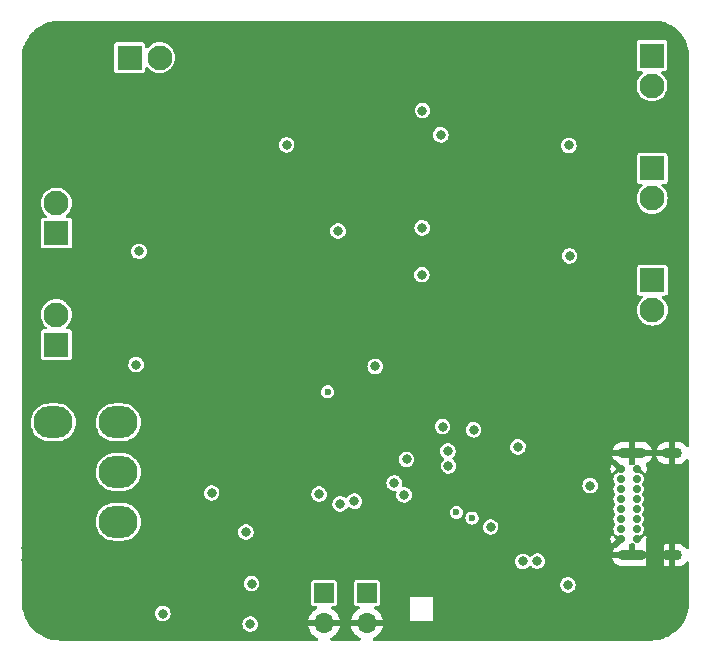
<source format=gbr>
%TF.GenerationSoftware,KiCad,Pcbnew,(6.0.1-0)*%
%TF.CreationDate,2022-08-02T20:22:24+01:00*%
%TF.ProjectId,Mainboard,4d61696e-626f-4617-9264-2e6b69636164,rev?*%
%TF.SameCoordinates,Original*%
%TF.FileFunction,Copper,L2,Inr*%
%TF.FilePolarity,Positive*%
%FSLAX46Y46*%
G04 Gerber Fmt 4.6, Leading zero omitted, Abs format (unit mm)*
G04 Created by KiCad (PCBNEW (6.0.1-0)) date 2022-08-02 20:22:24*
%MOMM*%
%LPD*%
G01*
G04 APERTURE LIST*
G04 Aperture macros list*
%AMRoundRect*
0 Rectangle with rounded corners*
0 $1 Rounding radius*
0 $2 $3 $4 $5 $6 $7 $8 $9 X,Y pos of 4 corners*
0 Add a 4 corners polygon primitive as box body*
4,1,4,$2,$3,$4,$5,$6,$7,$8,$9,$2,$3,0*
0 Add four circle primitives for the rounded corners*
1,1,$1+$1,$2,$3*
1,1,$1+$1,$4,$5*
1,1,$1+$1,$6,$7*
1,1,$1+$1,$8,$9*
0 Add four rect primitives between the rounded corners*
20,1,$1+$1,$2,$3,$4,$5,0*
20,1,$1+$1,$4,$5,$6,$7,0*
20,1,$1+$1,$6,$7,$8,$9,0*
20,1,$1+$1,$8,$9,$2,$3,0*%
G04 Aperture macros list end*
%TA.AperFunction,ComponentPad*%
%ADD10C,0.700000*%
%TD*%
%TA.AperFunction,ComponentPad*%
%ADD11O,2.400000X0.900000*%
%TD*%
%TA.AperFunction,ComponentPad*%
%ADD12O,1.700000X0.900000*%
%TD*%
%TA.AperFunction,ComponentPad*%
%ADD13R,1.700000X1.700000*%
%TD*%
%TA.AperFunction,ComponentPad*%
%ADD14O,1.700000X1.700000*%
%TD*%
%TA.AperFunction,ComponentPad*%
%ADD15R,2.100000X2.100000*%
%TD*%
%TA.AperFunction,ComponentPad*%
%ADD16C,2.100000*%
%TD*%
%TA.AperFunction,ComponentPad*%
%ADD17C,5.600000*%
%TD*%
%TA.AperFunction,ComponentPad*%
%ADD18RoundRect,0.250001X1.399999X-1.099999X1.399999X1.099999X-1.399999X1.099999X-1.399999X-1.099999X0*%
%TD*%
%TA.AperFunction,ComponentPad*%
%ADD19O,3.300000X2.700000*%
%TD*%
%TA.AperFunction,ViaPad*%
%ADD20C,0.600000*%
%TD*%
%TA.AperFunction,ViaPad*%
%ADD21C,0.800000*%
%TD*%
G04 APERTURE END LIST*
D10*
%TO.N,GND*%
%TO.C,J8*%
X169125000Y-113650000D03*
%TO.N,VBUS*%
X169125000Y-112800000D03*
%TO.N,Net-(J8-PadA5)*%
X169125000Y-111950000D03*
%TO.N,/Data+*%
X169125000Y-111100000D03*
%TO.N,/Data-*%
X169125000Y-110250000D03*
%TO.N,unconnected-(J8-PadA8)*%
X169125000Y-109400000D03*
%TO.N,VBUS*%
X169125000Y-108550000D03*
%TO.N,GND*%
X169125000Y-107700000D03*
X170475000Y-107700000D03*
%TO.N,VBUS*%
X170475000Y-108550000D03*
%TO.N,Net-(J8-PadB5)*%
X170475000Y-109400000D03*
%TO.N,/Data+*%
X170475000Y-110250000D03*
%TO.N,/Data-*%
X170475000Y-111100000D03*
%TO.N,unconnected-(J8-PadB8)*%
X170475000Y-111950000D03*
%TO.N,VBUS*%
X170475000Y-112800000D03*
%TO.N,GND*%
X170475000Y-113650000D03*
D11*
X170105000Y-115000000D03*
X170105000Y-106350000D03*
D12*
X173485000Y-106350000D03*
X173485000Y-115000000D03*
%TD*%
D13*
%TO.N,Net-(C3-Pad1)*%
%TO.C,J10*%
X144025000Y-118200000D03*
D14*
%TO.N,GND*%
X144025000Y-120740000D03*
%TD*%
D15*
%TO.N,Net-(D522-Pad1)*%
%TO.C,J2*%
X121350000Y-87719898D03*
D16*
%TO.N,+24V*%
X121350000Y-85179898D03*
%TD*%
D15*
%TO.N,Net-(D512-Pad1)*%
%TO.C,J1*%
X121350000Y-97170000D03*
D16*
%TO.N,+24V*%
X121350000Y-94630000D03*
%TD*%
D13*
%TO.N,Net-(C1-Pad1)*%
%TO.C,J9*%
X147637500Y-118200000D03*
D14*
%TO.N,GND*%
X147637500Y-120740000D03*
%TD*%
D15*
%TO.N,Net-(D532-Pad1)*%
%TO.C,J3*%
X127555102Y-72866006D03*
D16*
%TO.N,+24V*%
X130095102Y-72866006D03*
%TD*%
D17*
%TO.N,GND*%
%TO.C,H3*%
X121310400Y-118986300D03*
%TD*%
%TO.N,GND*%
%TO.C,H2*%
X171310400Y-119030000D03*
%TD*%
D15*
%TO.N,Net-(D562-Pad1)*%
%TO.C,J6*%
X171812999Y-91705101D03*
D16*
%TO.N,+24V*%
X171812999Y-94245101D03*
%TD*%
D18*
%TO.N,GND*%
%TO.C,J7*%
X121100000Y-112150000D03*
D19*
X121100000Y-107950000D03*
%TO.N,Net-(J7-Pad3)*%
X121100000Y-103750000D03*
%TO.N,+24V*%
X126600000Y-112150000D03*
%TO.N,/CAN_HIGH*%
X126600000Y-107950000D03*
%TO.N,/CAN_LOW*%
X126600000Y-103750000D03*
%TD*%
D17*
%TO.N,GND*%
%TO.C,H1*%
X121310400Y-72986900D03*
%TD*%
D15*
%TO.N,Net-(D552-Pad1)*%
%TO.C,J5*%
X171797263Y-82242919D03*
D16*
%TO.N,+24V*%
X171797263Y-84782919D03*
%TD*%
D15*
%TO.N,Net-(D542-Pad1)*%
%TO.C,J4*%
X171780605Y-72705073D03*
D16*
%TO.N,+24V*%
X171780605Y-75245073D03*
%TD*%
D20*
%TO.N,GND*%
X142750500Y-82100000D03*
X152100000Y-83000000D03*
X148950000Y-82950000D03*
X145850000Y-82624540D03*
D21*
X162674500Y-71300000D03*
X162715412Y-89823351D03*
X162755517Y-80413475D03*
X152600000Y-96550000D03*
%TO.N,/DTR*%
X158119600Y-112609300D03*
X154550000Y-107430000D03*
%TO.N,/Data+*%
X160860000Y-115510000D03*
%TO.N,/Data-*%
X162075500Y-115500000D03*
%TO.N,GND*%
X155600000Y-98425000D03*
X169285000Y-99475000D03*
X151400000Y-115650000D03*
X135500000Y-91400000D03*
X155475000Y-79425000D03*
X129430000Y-105790000D03*
X147810000Y-107810000D03*
X156575000Y-88950000D03*
X157525000Y-79225000D03*
X138800000Y-82100000D03*
X145800000Y-84560000D03*
X145140000Y-106740000D03*
X131310000Y-102510000D03*
X139160000Y-104240000D03*
X144050000Y-104130000D03*
X133750000Y-100950000D03*
X138040000Y-101090000D03*
X154900000Y-70950000D03*
X128940000Y-100940000D03*
X157575000Y-77125000D03*
X146480000Y-106750000D03*
X158990000Y-99600000D03*
X150900000Y-117800000D03*
X154930000Y-121500000D03*
X135750000Y-100660000D03*
X155575000Y-88950000D03*
X157625000Y-97125000D03*
X157525000Y-88700000D03*
X174500000Y-104480000D03*
X139690000Y-113710000D03*
X165830000Y-117600000D03*
X138090000Y-107880000D03*
X147790000Y-104060000D03*
X154850000Y-118550000D03*
X152500000Y-107080000D03*
X143190000Y-91050000D03*
X134200000Y-74250000D03*
X149910000Y-117900000D03*
X159330000Y-102040000D03*
X135500000Y-92350000D03*
X139380000Y-117340000D03*
X134225000Y-104900000D03*
X132550000Y-100940000D03*
X149640000Y-119860000D03*
D20*
X149080000Y-98290000D03*
D21*
X131075000Y-113300000D03*
X126480000Y-120910000D03*
X138800000Y-83100000D03*
X153240000Y-109130000D03*
X151400000Y-114640000D03*
X149840000Y-121050000D03*
X136500000Y-90450000D03*
X174510000Y-110010000D03*
X165768336Y-103997683D03*
X141660000Y-102120000D03*
X161990000Y-103560000D03*
X153080000Y-111400000D03*
X153770000Y-121200000D03*
X141550000Y-105650000D03*
X138780000Y-81150000D03*
X133850000Y-114550000D03*
X153770000Y-117800000D03*
X153090000Y-116740000D03*
X136291979Y-106207410D03*
X134200000Y-73400000D03*
X144040000Y-106710000D03*
X148930000Y-106720000D03*
X146490000Y-102930000D03*
X136480000Y-104710000D03*
X163750000Y-103525000D03*
X147840000Y-102950000D03*
X118820000Y-115430000D03*
X124840000Y-114150000D03*
X151325000Y-70925000D03*
X147880000Y-87550000D03*
X156500000Y-79425000D03*
X153080000Y-114730000D03*
X157600000Y-96125000D03*
X151400000Y-113630000D03*
X147790000Y-106760000D03*
X137521497Y-90454243D03*
X135483380Y-90450000D03*
X137530000Y-109810000D03*
X174510000Y-108730000D03*
X133750000Y-117725000D03*
X129950000Y-118125000D03*
X151150000Y-121610000D03*
X130100000Y-102500000D03*
X130760000Y-104300000D03*
X145160000Y-107820000D03*
X158650000Y-119920000D03*
X135450000Y-82150000D03*
X134480000Y-121820000D03*
X148940000Y-105410000D03*
X157600000Y-86700000D03*
X135450000Y-81150000D03*
X174510000Y-97250000D03*
X127350000Y-114140000D03*
X118820000Y-114420000D03*
X145160000Y-104070000D03*
X134950000Y-74800000D03*
X151400000Y-116660000D03*
X174510000Y-111320000D03*
X153080000Y-113730000D03*
X130140000Y-100950000D03*
X157625000Y-87700000D03*
X130384704Y-121490837D03*
X133375000Y-102675000D03*
X168435000Y-102875000D03*
X151410000Y-111400000D03*
X154850000Y-119550000D03*
X134150000Y-72550000D03*
D20*
X144560000Y-97800000D03*
D21*
X132050000Y-106225000D03*
X174510000Y-116260000D03*
X146530000Y-107830000D03*
X135870000Y-121820000D03*
X145150000Y-102960000D03*
X127360625Y-118375990D03*
X144020000Y-105380000D03*
X149640000Y-118860000D03*
X144920000Y-95250000D03*
X173850000Y-98320000D03*
X129360000Y-104300000D03*
X128910000Y-102500000D03*
X133140000Y-104090000D03*
X148930000Y-104060000D03*
X146460000Y-104080000D03*
X165170000Y-114050000D03*
X144800000Y-71175000D03*
X166220000Y-105670000D03*
X145350000Y-114775000D03*
X156600000Y-98425000D03*
X145150000Y-105420000D03*
X167570000Y-109810000D03*
X157550000Y-98125000D03*
X174510000Y-112790000D03*
X174500000Y-95950000D03*
X143350000Y-115525000D03*
X157625000Y-78175000D03*
X134150000Y-71700000D03*
X134200000Y-106080000D03*
D20*
X146856300Y-100500000D03*
D21*
X137810000Y-105890000D03*
X159060000Y-114650000D03*
X153080000Y-115740000D03*
X135850000Y-74750000D03*
X135450000Y-83100000D03*
X148450000Y-84560000D03*
X146500000Y-105420000D03*
X134470000Y-120670000D03*
X131330000Y-100950000D03*
X147790000Y-105430000D03*
%TO.N,Net-(D512-Pad1)*%
X128100000Y-98860000D03*
X145200000Y-87550000D03*
%TO.N,+3V3*%
X149956300Y-108875000D03*
X152300000Y-91250000D03*
X166544600Y-109109300D03*
X148350000Y-99000000D03*
X143600000Y-109825000D03*
X137875000Y-117400000D03*
X164660715Y-117508268D03*
X130362904Y-119940837D03*
X151000000Y-106875000D03*
X152350000Y-77350000D03*
X160433705Y-105817863D03*
%TO.N,Net-(D552-Pad1)*%
X153900500Y-79400000D03*
X164750000Y-80300000D03*
%TO.N,/Vref*%
X137400000Y-113030000D03*
X134500000Y-109725000D03*
%TO.N,/EN*%
X154500000Y-106175000D03*
X154050000Y-104100000D03*
X150790000Y-109880000D03*
%TO.N,/BOOT*%
X156675000Y-104375000D03*
D20*
X144313912Y-101161734D03*
D21*
X137769159Y-120832708D03*
D20*
%TO.N,/TXD*%
X156550000Y-111850000D03*
D21*
X145375000Y-110650000D03*
%TO.N,/RXD*%
X146575000Y-110425000D03*
D20*
X155220000Y-111360000D03*
D21*
%TO.N,Net-(D522-Pad1)*%
X140850000Y-80250000D03*
X128350000Y-89260000D03*
%TO.N,Net-(D562-Pad1)*%
X152325000Y-87275000D03*
X164800000Y-89650000D03*
%TD*%
%TA.AperFunction,Conductor*%
%TO.N,GND*%
G36*
X124650000Y-122220086D02*
G01*
X121687651Y-122220086D01*
X121662925Y-122217636D01*
X121662472Y-122217545D01*
X121662470Y-122217545D01*
X121650303Y-122215110D01*
X121638130Y-122217517D01*
X121625717Y-122217502D01*
X121625717Y-122217407D01*
X121614769Y-122218184D01*
X121587972Y-122216749D01*
X121318445Y-122202319D01*
X121305358Y-122200929D01*
X120983699Y-122149640D01*
X120970821Y-122146890D01*
X120656258Y-122062282D01*
X120643751Y-122058206D01*
X120339753Y-121941210D01*
X120327723Y-121935841D01*
X120188717Y-121864878D01*
X120037618Y-121787741D01*
X120026227Y-121781154D01*
X119753164Y-121603556D01*
X119742513Y-121595807D01*
X119489506Y-121390672D01*
X119479719Y-121381849D01*
X119249520Y-121151412D01*
X119240707Y-121141615D01*
X119035834Y-120888396D01*
X119028092Y-120877732D01*
X118850782Y-120604493D01*
X118844197Y-120593079D01*
X118696403Y-120302836D01*
X118691045Y-120290796D01*
X118574367Y-119986684D01*
X118570297Y-119974151D01*
X118486023Y-119659534D01*
X118483283Y-119646645D01*
X118432326Y-119324930D01*
X118430948Y-119311824D01*
X118415390Y-119015487D01*
X118416179Y-119004544D01*
X118416083Y-119004544D01*
X118416081Y-118992135D01*
X118418500Y-118979965D01*
X118415948Y-118967144D01*
X118413524Y-118942546D01*
X118413524Y-115690000D01*
X124650000Y-115690000D01*
X124650000Y-122220086D01*
G37*
%TD.AperFunction*%
%TD*%
%TA.AperFunction,Conductor*%
%TO.N,GND*%
G36*
X172765000Y-116015000D02*
G01*
X171275000Y-116015000D01*
X171275000Y-113505000D01*
X172765000Y-113505000D01*
X172765000Y-116015000D01*
G37*
%TD.AperFunction*%
%TD*%
%TA.AperFunction,Conductor*%
%TO.N,GND*%
G36*
X136880000Y-75540000D02*
G01*
X133740000Y-75540000D01*
X133740000Y-70890000D01*
X136880000Y-70890000D01*
X136880000Y-75540000D01*
G37*
%TD.AperFunction*%
%TD*%
%TA.AperFunction,Conductor*%
%TO.N,GND*%
G36*
X174905524Y-119001874D02*
G01*
X174903016Y-119026871D01*
X174903016Y-119026887D01*
X174900550Y-119039052D01*
X174902927Y-119051233D01*
X174902881Y-119063642D01*
X174902788Y-119063642D01*
X174903539Y-119074595D01*
X174887274Y-119365305D01*
X174885855Y-119378382D01*
X174834738Y-119694449D01*
X174831962Y-119707309D01*
X174748174Y-120016302D01*
X174744074Y-120028801D01*
X174628521Y-120327392D01*
X174623139Y-120339396D01*
X174477086Y-120624306D01*
X174470482Y-120635683D01*
X174295518Y-120903813D01*
X174287763Y-120914440D01*
X174142992Y-121092515D01*
X174085800Y-121162863D01*
X174076993Y-121172609D01*
X173850216Y-121398635D01*
X173840432Y-121407417D01*
X173740418Y-121488176D01*
X173591322Y-121608568D01*
X173580685Y-121616275D01*
X173311964Y-121790354D01*
X173300577Y-121796913D01*
X173107998Y-121894829D01*
X173015179Y-121942022D01*
X173003157Y-121947364D01*
X172704189Y-122061923D01*
X172691676Y-122065982D01*
X172382401Y-122148743D01*
X172369533Y-122151476D01*
X172053304Y-122201542D01*
X172040221Y-122202918D01*
X171853371Y-122212749D01*
X171749452Y-122218217D01*
X171738502Y-122217430D01*
X171738502Y-122217523D01*
X171726094Y-122217527D01*
X171713921Y-122215110D01*
X171701751Y-122217535D01*
X171701139Y-122217657D01*
X171676516Y-122220086D01*
X167780000Y-122220086D01*
X167780000Y-115930000D01*
X174905524Y-115930000D01*
X174905524Y-119001874D01*
G37*
%TD.AperFunction*%
%TD*%
%TA.AperFunction,Conductor*%
%TO.N,GND*%
G36*
X124870000Y-76770000D02*
G01*
X118413524Y-76770000D01*
X118413524Y-73034506D01*
X118415777Y-73010787D01*
X118416157Y-73008802D01*
X118418494Y-72996611D01*
X118415987Y-72984454D01*
X118415901Y-72972046D01*
X118416006Y-72972045D01*
X118415142Y-72961111D01*
X118428815Y-72661991D01*
X118430117Y-72648794D01*
X118479504Y-72324168D01*
X118482186Y-72311180D01*
X118565421Y-71993543D01*
X118569453Y-71980909D01*
X118685613Y-71673776D01*
X118690951Y-71661636D01*
X118838747Y-71368420D01*
X118845331Y-71356908D01*
X119023130Y-71080844D01*
X119030888Y-71070088D01*
X119236716Y-70814246D01*
X119245561Y-70804365D01*
X119360798Y-70688523D01*
X119477144Y-70571567D01*
X119486969Y-70562680D01*
X119741737Y-70355515D01*
X119752452Y-70347701D01*
X120027588Y-70168458D01*
X120039066Y-70161814D01*
X120331504Y-70012489D01*
X120343616Y-70007088D01*
X120650135Y-69889326D01*
X120662747Y-69885228D01*
X120884100Y-69825986D01*
X120979948Y-69800333D01*
X120992915Y-69797585D01*
X121317288Y-69746500D01*
X121330470Y-69745130D01*
X121629516Y-69729895D01*
X121640458Y-69730702D01*
X121640458Y-69730598D01*
X121652867Y-69730620D01*
X121665035Y-69733062D01*
X121677212Y-69730662D01*
X121678218Y-69730464D01*
X121702582Y-69728086D01*
X124870000Y-69728086D01*
X124870000Y-76770000D01*
G37*
%TD.AperFunction*%
%TD*%
%TA.AperFunction,Conductor*%
%TO.N,GND*%
G36*
X157630000Y-99080000D02*
G01*
X154980000Y-99080000D01*
X154980000Y-76830000D01*
X157630000Y-76830000D01*
X157630000Y-99080000D01*
G37*
%TD.AperFunction*%
%TD*%
%TA.AperFunction,Conductor*%
%TO.N,GND*%
G36*
X123350000Y-114315000D02*
G01*
X118685000Y-114315000D01*
X118685000Y-106055000D01*
X123350000Y-106055000D01*
X123350000Y-114315000D01*
G37*
%TD.AperFunction*%
%TD*%
%TA.AperFunction,Conductor*%
%TO.N,GND*%
G36*
X139510000Y-97490000D02*
G01*
X135630000Y-97490000D01*
X135630000Y-80680000D01*
X139510000Y-80680000D01*
X139510000Y-97490000D01*
G37*
%TD.AperFunction*%
%TD*%
%TA.AperFunction,Conductor*%
%TO.N,GND*%
G36*
X171913285Y-69730476D02*
G01*
X171926373Y-69733062D01*
X171938542Y-69730626D01*
X171950950Y-69730610D01*
X171950950Y-69730706D01*
X171961892Y-69729903D01*
X172230852Y-69743658D01*
X172243968Y-69745021D01*
X172538618Y-69791312D01*
X172551514Y-69794036D01*
X172823704Y-69866609D01*
X172839729Y-69870882D01*
X172852278Y-69874943D01*
X173130858Y-69981489D01*
X173142915Y-69986839D01*
X173408839Y-70121930D01*
X173420270Y-70128511D01*
X173670623Y-70290666D01*
X173681303Y-70298407D01*
X173913315Y-70485831D01*
X173923128Y-70494645D01*
X174134284Y-70705307D01*
X174143122Y-70715099D01*
X174331103Y-70946688D01*
X174338866Y-70957347D01*
X174501605Y-71207317D01*
X174508207Y-71218722D01*
X174643918Y-71484327D01*
X174649296Y-71496371D01*
X174756499Y-71774712D01*
X174760590Y-71787252D01*
X174838108Y-72075279D01*
X174840864Y-72088178D01*
X174877460Y-72317604D01*
X174887846Y-72382719D01*
X174889239Y-72395832D01*
X174903623Y-72664753D01*
X174902846Y-72675694D01*
X174902943Y-72675694D01*
X174902957Y-72688101D01*
X174900548Y-72700278D01*
X174902983Y-72712449D01*
X174903076Y-72712916D01*
X174905524Y-72737630D01*
X174905524Y-105735599D01*
X174885522Y-105803720D01*
X174831866Y-105850213D01*
X174761592Y-105860317D01*
X174697012Y-105830823D01*
X174672438Y-105801996D01*
X174651293Y-105767892D01*
X174643540Y-105757826D01*
X174518592Y-105625697D01*
X174508974Y-105617395D01*
X174360013Y-105513092D01*
X174348919Y-105506892D01*
X174182020Y-105434668D01*
X174169917Y-105430829D01*
X173990400Y-105393325D01*
X173980848Y-105392085D01*
X173977616Y-105392000D01*
X173757115Y-105392000D01*
X173741876Y-105396475D01*
X173740671Y-105397865D01*
X173739000Y-105405548D01*
X173739000Y-107289885D01*
X173743475Y-107305124D01*
X173744865Y-107306329D01*
X173752548Y-107308000D01*
X173930447Y-107308000D01*
X173936822Y-107307677D01*
X174072277Y-107293918D01*
X174084717Y-107291364D01*
X174258244Y-107236984D01*
X174269932Y-107231975D01*
X174428979Y-107143813D01*
X174439412Y-107136562D01*
X174577491Y-107018215D01*
X174586244Y-107009024D01*
X174679964Y-106888200D01*
X174737521Y-106846633D01*
X174808413Y-106842782D01*
X174870133Y-106877870D01*
X174903085Y-106940756D01*
X174905524Y-106965426D01*
X174905524Y-114385599D01*
X174885522Y-114453720D01*
X174831866Y-114500213D01*
X174761592Y-114510317D01*
X174697012Y-114480823D01*
X174672438Y-114451996D01*
X174651293Y-114417892D01*
X174643540Y-114407826D01*
X174518592Y-114275697D01*
X174508974Y-114267395D01*
X174360013Y-114163092D01*
X174348919Y-114156892D01*
X174182020Y-114084668D01*
X174169917Y-114080829D01*
X173990400Y-114043325D01*
X173980848Y-114042085D01*
X173977616Y-114042000D01*
X173757115Y-114042000D01*
X173741876Y-114046475D01*
X173740671Y-114047865D01*
X173739000Y-114055548D01*
X173739000Y-115930000D01*
X173231000Y-115930000D01*
X173231000Y-115272115D01*
X173226525Y-115256876D01*
X173225135Y-115255671D01*
X173217452Y-115254000D01*
X172765000Y-115254000D01*
X172765000Y-114746000D01*
X173212885Y-114746000D01*
X173228124Y-114741525D01*
X173229329Y-114740135D01*
X173231000Y-114732452D01*
X173231000Y-114060115D01*
X173226525Y-114044876D01*
X173225135Y-114043671D01*
X173217452Y-114042000D01*
X173039553Y-114042000D01*
X173033178Y-114042323D01*
X172897723Y-114056082D01*
X172885283Y-114058636D01*
X172765000Y-114096330D01*
X172765000Y-113505000D01*
X171322486Y-113505000D01*
X171319563Y-113477193D01*
X171316833Y-113464350D01*
X171265181Y-113305383D01*
X171259835Y-113293375D01*
X171243637Y-113265320D01*
X171233431Y-113255589D01*
X171225410Y-113258800D01*
X171121292Y-113362918D01*
X171063988Y-113394209D01*
X171050583Y-113431500D01*
X171037918Y-113446292D01*
X170564095Y-113920115D01*
X170501783Y-113954141D01*
X170430968Y-113949076D01*
X170385905Y-113920115D01*
X170204885Y-113739095D01*
X170170859Y-113676783D01*
X170175924Y-113605968D01*
X170204885Y-113560905D01*
X170325972Y-113439818D01*
X170388284Y-113405792D01*
X170431513Y-113403991D01*
X170466811Y-113408638D01*
X170466812Y-113408638D01*
X170475000Y-113409716D01*
X170632806Y-113388940D01*
X170640430Y-113385782D01*
X170640434Y-113385781D01*
X170772227Y-113331191D01*
X170772228Y-113331190D01*
X170779858Y-113328030D01*
X170787476Y-113322185D01*
X170872119Y-113257235D01*
X170915751Y-113240367D01*
X170921609Y-113213438D01*
X170932235Y-113197119D01*
X170998002Y-113111411D01*
X170998003Y-113111409D01*
X171003030Y-113104858D01*
X171023446Y-113055569D01*
X171060781Y-112965434D01*
X171060782Y-112965430D01*
X171063940Y-112957806D01*
X171084716Y-112800000D01*
X171063940Y-112642194D01*
X171060782Y-112634570D01*
X171060781Y-112634566D01*
X171006191Y-112502773D01*
X171006190Y-112502772D01*
X171003030Y-112495142D01*
X170969697Y-112451703D01*
X170944098Y-112385483D01*
X170958363Y-112315935D01*
X170969695Y-112298300D01*
X171003030Y-112254858D01*
X171006917Y-112245474D01*
X171060781Y-112115434D01*
X171060782Y-112115430D01*
X171063940Y-112107806D01*
X171084716Y-111950000D01*
X171063940Y-111792194D01*
X171060782Y-111784570D01*
X171060781Y-111784566D01*
X171006191Y-111652773D01*
X171006190Y-111652772D01*
X171003030Y-111645142D01*
X170969697Y-111601703D01*
X170944098Y-111535483D01*
X170958363Y-111465935D01*
X170969695Y-111448300D01*
X171003030Y-111404858D01*
X171018219Y-111368188D01*
X171060781Y-111265434D01*
X171060782Y-111265430D01*
X171063940Y-111257806D01*
X171084716Y-111100000D01*
X171063940Y-110942194D01*
X171060782Y-110934570D01*
X171060781Y-110934566D01*
X171006191Y-110802773D01*
X171006190Y-110802772D01*
X171003030Y-110795142D01*
X170969697Y-110751703D01*
X170944098Y-110685483D01*
X170958363Y-110615935D01*
X170969695Y-110598300D01*
X171003030Y-110554858D01*
X171006906Y-110545500D01*
X171060781Y-110415434D01*
X171060782Y-110415430D01*
X171063940Y-110407806D01*
X171084716Y-110250000D01*
X171063940Y-110092194D01*
X171060782Y-110084570D01*
X171060781Y-110084566D01*
X171006191Y-109952773D01*
X171006190Y-109952772D01*
X171003030Y-109945142D01*
X170969697Y-109901703D01*
X170944098Y-109835483D01*
X170958363Y-109765935D01*
X170969695Y-109748300D01*
X171003030Y-109704858D01*
X171006191Y-109697227D01*
X171060781Y-109565434D01*
X171060782Y-109565430D01*
X171063940Y-109557806D01*
X171084716Y-109400000D01*
X171063940Y-109242194D01*
X171060782Y-109234570D01*
X171060781Y-109234566D01*
X171006191Y-109102773D01*
X171006190Y-109102772D01*
X171003030Y-109095142D01*
X170969697Y-109051703D01*
X170944098Y-108985483D01*
X170958363Y-108915935D01*
X170969695Y-108898300D01*
X171003030Y-108854858D01*
X171006191Y-108847227D01*
X171060781Y-108715434D01*
X171060782Y-108715430D01*
X171063940Y-108707806D01*
X171084716Y-108550000D01*
X171063940Y-108392194D01*
X171060782Y-108384570D01*
X171060781Y-108384566D01*
X171006191Y-108252773D01*
X171006190Y-108252772D01*
X171003030Y-108245142D01*
X170985843Y-108222743D01*
X170932235Y-108152881D01*
X170915367Y-108109249D01*
X170888438Y-108103391D01*
X170872119Y-108092765D01*
X170786411Y-108026998D01*
X170786409Y-108026997D01*
X170779858Y-108021970D01*
X170772227Y-108018809D01*
X170640434Y-107964219D01*
X170640430Y-107964218D01*
X170632806Y-107961060D01*
X170475000Y-107940284D01*
X170466812Y-107941362D01*
X170466811Y-107941362D01*
X170431513Y-107946009D01*
X170361364Y-107935070D01*
X170325972Y-107910182D01*
X170204885Y-107789095D01*
X170170859Y-107726783D01*
X170175924Y-107655968D01*
X170204885Y-107610905D01*
X170385905Y-107429885D01*
X170448217Y-107395859D01*
X170519032Y-107400924D01*
X170564095Y-107429885D01*
X171037918Y-107903708D01*
X171069209Y-107961012D01*
X171106500Y-107974417D01*
X171121292Y-107987082D01*
X171221767Y-108087557D01*
X171234147Y-108094317D01*
X171241062Y-108089141D01*
X171259835Y-108056625D01*
X171265181Y-108044617D01*
X171316833Y-107885650D01*
X171319563Y-107872807D01*
X171337036Y-107706565D01*
X171337036Y-107693435D01*
X171319563Y-107527193D01*
X171316833Y-107514350D01*
X171265181Y-107355383D01*
X171263076Y-107350655D01*
X171253641Y-107280288D01*
X171283746Y-107215990D01*
X171317096Y-107189202D01*
X171398979Y-107143813D01*
X171409412Y-107136562D01*
X171547491Y-107018215D01*
X171556244Y-107009024D01*
X171667711Y-106865320D01*
X171674435Y-106854560D01*
X171754732Y-106691375D01*
X171759155Y-106679481D01*
X171774251Y-106621530D01*
X171774021Y-106614075D01*
X172161363Y-106614075D01*
X172217310Y-106766136D01*
X172222877Y-106777549D01*
X172318708Y-106932108D01*
X172326460Y-106942174D01*
X172451408Y-107074303D01*
X172461026Y-107082605D01*
X172609987Y-107186908D01*
X172621081Y-107193108D01*
X172787980Y-107265332D01*
X172800083Y-107269171D01*
X172979600Y-107306675D01*
X172989152Y-107307915D01*
X172992384Y-107308000D01*
X173212885Y-107308000D01*
X173228124Y-107303525D01*
X173229329Y-107302135D01*
X173231000Y-107294452D01*
X173231000Y-106622115D01*
X173226525Y-106606876D01*
X173225135Y-106605671D01*
X173217452Y-106604000D01*
X172175771Y-106604000D01*
X172162240Y-106607973D01*
X172161363Y-106614075D01*
X171774021Y-106614075D01*
X171773817Y-106607436D01*
X171765636Y-106604000D01*
X170377115Y-106604000D01*
X170361876Y-106608475D01*
X170360671Y-106609865D01*
X170359000Y-106617548D01*
X170359000Y-107222000D01*
X170338998Y-107290121D01*
X170285342Y-107336614D01*
X170233000Y-107348000D01*
X169977000Y-107348000D01*
X169908879Y-107327998D01*
X169862386Y-107274342D01*
X169851000Y-107222000D01*
X169851000Y-106622115D01*
X169846525Y-106606876D01*
X169845135Y-106605671D01*
X169837452Y-106604000D01*
X168445771Y-106604000D01*
X168432240Y-106607973D01*
X168431363Y-106614075D01*
X168487310Y-106766136D01*
X168492877Y-106777549D01*
X168588708Y-106932109D01*
X168593491Y-106938319D01*
X168605708Y-106945440D01*
X168620053Y-106944816D01*
X168665828Y-106932065D01*
X168733664Y-106953014D01*
X168753168Y-106968958D01*
X169395115Y-107610905D01*
X169429141Y-107673217D01*
X169424076Y-107744032D01*
X169395115Y-107789095D01*
X169274028Y-107910182D01*
X169211716Y-107944208D01*
X169168487Y-107946009D01*
X169133189Y-107941362D01*
X169133188Y-107941362D01*
X169125000Y-107940284D01*
X168967194Y-107961060D01*
X168959570Y-107964218D01*
X168959566Y-107964219D01*
X168827773Y-108018809D01*
X168820142Y-108021970D01*
X168813591Y-108026997D01*
X168813589Y-108026998D01*
X168727881Y-108092765D01*
X168684249Y-108109633D01*
X168678391Y-108136562D01*
X168667765Y-108152881D01*
X168614158Y-108222743D01*
X168596970Y-108245142D01*
X168593810Y-108252772D01*
X168593809Y-108252773D01*
X168539219Y-108384566D01*
X168539218Y-108384570D01*
X168536060Y-108392194D01*
X168515284Y-108550000D01*
X168536060Y-108707806D01*
X168539218Y-108715430D01*
X168539219Y-108715434D01*
X168593809Y-108847227D01*
X168596970Y-108854858D01*
X168630303Y-108898297D01*
X168655902Y-108964517D01*
X168641637Y-109034065D01*
X168630305Y-109051700D01*
X168596970Y-109095142D01*
X168593810Y-109102772D01*
X168593809Y-109102773D01*
X168539219Y-109234566D01*
X168539218Y-109234570D01*
X168536060Y-109242194D01*
X168515284Y-109400000D01*
X168536060Y-109557806D01*
X168539218Y-109565430D01*
X168539219Y-109565434D01*
X168593809Y-109697227D01*
X168596970Y-109704858D01*
X168630303Y-109748297D01*
X168655902Y-109814517D01*
X168641637Y-109884065D01*
X168630305Y-109901700D01*
X168596970Y-109945142D01*
X168593810Y-109952772D01*
X168593809Y-109952773D01*
X168539219Y-110084566D01*
X168539218Y-110084570D01*
X168536060Y-110092194D01*
X168515284Y-110250000D01*
X168536060Y-110407806D01*
X168539218Y-110415430D01*
X168539219Y-110415434D01*
X168593094Y-110545500D01*
X168596970Y-110554858D01*
X168630303Y-110598297D01*
X168655902Y-110664517D01*
X168641637Y-110734065D01*
X168630305Y-110751700D01*
X168596970Y-110795142D01*
X168593810Y-110802772D01*
X168593809Y-110802773D01*
X168539219Y-110934566D01*
X168539218Y-110934570D01*
X168536060Y-110942194D01*
X168515284Y-111100000D01*
X168536060Y-111257806D01*
X168539218Y-111265430D01*
X168539219Y-111265434D01*
X168581781Y-111368188D01*
X168596970Y-111404858D01*
X168630303Y-111448297D01*
X168655902Y-111514517D01*
X168641637Y-111584065D01*
X168630305Y-111601700D01*
X168596970Y-111645142D01*
X168593810Y-111652772D01*
X168593809Y-111652773D01*
X168539219Y-111784566D01*
X168539218Y-111784570D01*
X168536060Y-111792194D01*
X168515284Y-111950000D01*
X168536060Y-112107806D01*
X168539218Y-112115430D01*
X168539219Y-112115434D01*
X168593083Y-112245474D01*
X168596970Y-112254858D01*
X168630303Y-112298297D01*
X168655902Y-112364517D01*
X168641637Y-112434065D01*
X168630305Y-112451700D01*
X168596970Y-112495142D01*
X168593810Y-112502772D01*
X168593809Y-112502773D01*
X168539219Y-112634566D01*
X168539218Y-112634570D01*
X168536060Y-112642194D01*
X168515284Y-112800000D01*
X168536060Y-112957806D01*
X168539218Y-112965430D01*
X168539219Y-112965434D01*
X168576554Y-113055569D01*
X168596970Y-113104858D01*
X168601997Y-113111409D01*
X168601998Y-113111411D01*
X168667765Y-113197119D01*
X168684633Y-113240751D01*
X168711562Y-113246609D01*
X168727881Y-113257235D01*
X168812525Y-113322185D01*
X168820142Y-113328030D01*
X168827772Y-113331190D01*
X168827773Y-113331191D01*
X168959566Y-113385781D01*
X168959570Y-113385782D01*
X168967194Y-113388940D01*
X169125000Y-113409716D01*
X169133188Y-113408638D01*
X169133189Y-113408638D01*
X169168487Y-113403991D01*
X169238636Y-113414930D01*
X169274028Y-113439818D01*
X169395115Y-113560905D01*
X169429141Y-113623217D01*
X169424076Y-113694032D01*
X169395115Y-113739095D01*
X168751037Y-114383173D01*
X168688725Y-114417199D01*
X168617910Y-114412134D01*
X168607200Y-114407243D01*
X168595923Y-114415535D01*
X168542289Y-114484680D01*
X168535565Y-114495440D01*
X168455268Y-114658625D01*
X168450845Y-114670519D01*
X168435749Y-114728470D01*
X168436183Y-114742564D01*
X168444364Y-114746000D01*
X169832885Y-114746000D01*
X169848124Y-114741525D01*
X169849329Y-114740135D01*
X169851000Y-114732452D01*
X169851000Y-114128000D01*
X169871002Y-114059879D01*
X169924658Y-114013386D01*
X169977000Y-114002000D01*
X170233000Y-114002000D01*
X170301121Y-114022002D01*
X170347614Y-114075658D01*
X170359000Y-114128000D01*
X170359000Y-114727885D01*
X170363475Y-114743124D01*
X170364865Y-114744329D01*
X170372548Y-114746000D01*
X171275000Y-114746000D01*
X171275000Y-115254000D01*
X168445771Y-115254000D01*
X168432240Y-115257973D01*
X168431363Y-115264075D01*
X168487310Y-115416136D01*
X168492877Y-115427549D01*
X168588708Y-115582108D01*
X168596460Y-115592174D01*
X168721408Y-115724303D01*
X168731026Y-115732605D01*
X168879987Y-115836908D01*
X168891081Y-115843108D01*
X169057980Y-115915332D01*
X169070083Y-115919171D01*
X169121917Y-115930000D01*
X167780000Y-115930000D01*
X167780000Y-122220086D01*
X148246823Y-122220086D01*
X148178702Y-122200084D01*
X148132209Y-122146428D01*
X148122105Y-122076154D01*
X148151599Y-122011574D01*
X148191391Y-121980935D01*
X148330590Y-121912742D01*
X148339445Y-121907464D01*
X148512828Y-121783792D01*
X148520700Y-121777139D01*
X148671552Y-121626812D01*
X148678230Y-121618965D01*
X148802503Y-121446020D01*
X148807813Y-121437183D01*
X148902170Y-121246267D01*
X148905969Y-121236672D01*
X148967877Y-121032910D01*
X148970055Y-121022837D01*
X148971486Y-121011962D01*
X148969275Y-120997778D01*
X148956117Y-120994000D01*
X146320725Y-120994000D01*
X146307194Y-120997973D01*
X146305757Y-121007966D01*
X146336065Y-121142446D01*
X146339145Y-121152275D01*
X146419270Y-121349603D01*
X146423913Y-121358794D01*
X146535194Y-121540388D01*
X146541277Y-121548699D01*
X146680713Y-121709667D01*
X146688080Y-121716883D01*
X146851934Y-121852916D01*
X146860381Y-121858831D01*
X147044256Y-121966279D01*
X147053549Y-121970732D01*
X147068332Y-121976377D01*
X147124835Y-122019364D01*
X147149127Y-122086075D01*
X147133496Y-122155330D01*
X147082905Y-122205140D01*
X147023382Y-122220086D01*
X144634323Y-122220086D01*
X144566202Y-122200084D01*
X144519709Y-122146428D01*
X144509605Y-122076154D01*
X144539099Y-122011574D01*
X144578891Y-121980935D01*
X144718090Y-121912742D01*
X144726945Y-121907464D01*
X144900328Y-121783792D01*
X144908200Y-121777139D01*
X145059052Y-121626812D01*
X145065730Y-121618965D01*
X145190003Y-121446020D01*
X145195313Y-121437183D01*
X145289670Y-121246267D01*
X145293469Y-121236672D01*
X145355377Y-121032910D01*
X145357555Y-121022837D01*
X145358986Y-121011962D01*
X145356775Y-120997778D01*
X145343617Y-120994000D01*
X142708225Y-120994000D01*
X142694694Y-120997973D01*
X142693257Y-121007966D01*
X142723565Y-121142446D01*
X142726645Y-121152275D01*
X142806770Y-121349603D01*
X142811413Y-121358794D01*
X142922694Y-121540388D01*
X142928777Y-121548699D01*
X143068213Y-121709667D01*
X143075580Y-121716883D01*
X143239434Y-121852916D01*
X143247881Y-121858831D01*
X143431756Y-121966279D01*
X143441049Y-121970732D01*
X143455832Y-121976377D01*
X143512335Y-122019364D01*
X143536627Y-122086075D01*
X143520996Y-122155330D01*
X143470405Y-122205140D01*
X143410882Y-122220086D01*
X124650000Y-122220086D01*
X124650000Y-120825804D01*
X137109888Y-120825804D01*
X137127272Y-120983261D01*
X137129882Y-120990392D01*
X137129882Y-120990394D01*
X137167253Y-121092515D01*
X137181712Y-121132027D01*
X137185948Y-121138330D01*
X137185948Y-121138331D01*
X137252031Y-121236672D01*
X137270067Y-121263513D01*
X137275686Y-121268626D01*
X137275687Y-121268627D01*
X137381619Y-121365017D01*
X137387235Y-121370127D01*
X137526452Y-121445716D01*
X137679681Y-121485915D01*
X137763636Y-121487234D01*
X137830478Y-121488284D01*
X137830481Y-121488284D01*
X137838075Y-121488403D01*
X137992491Y-121453037D01*
X138091415Y-121403284D01*
X138127231Y-121385271D01*
X138127234Y-121385269D01*
X138134014Y-121381859D01*
X138139785Y-121376930D01*
X138139788Y-121376928D01*
X138248695Y-121283912D01*
X138248695Y-121283911D01*
X138254473Y-121278977D01*
X138346914Y-121150332D01*
X138406001Y-121003349D01*
X138428321Y-120846515D01*
X138428466Y-120832708D01*
X138409435Y-120675441D01*
X138373370Y-120580000D01*
X151300000Y-120580000D01*
X153200000Y-120580000D01*
X153200000Y-118510000D01*
X151300000Y-118510000D01*
X151300000Y-120580000D01*
X138373370Y-120580000D01*
X138353439Y-120527254D01*
X138322754Y-120482607D01*
X138316964Y-120474183D01*
X142689389Y-120474183D01*
X142690912Y-120482607D01*
X142703292Y-120486000D01*
X145343344Y-120486000D01*
X145356875Y-120482027D01*
X145358002Y-120474183D01*
X146301889Y-120474183D01*
X146303412Y-120482607D01*
X146315792Y-120486000D01*
X148955844Y-120486000D01*
X148969375Y-120482027D01*
X148970680Y-120472947D01*
X148928714Y-120305875D01*
X148925394Y-120296124D01*
X148840472Y-120100814D01*
X148835605Y-120091739D01*
X148719926Y-119912926D01*
X148713636Y-119904757D01*
X148570306Y-119747240D01*
X148562773Y-119740215D01*
X148395639Y-119608222D01*
X148387052Y-119602517D01*
X148275265Y-119540807D01*
X148225295Y-119490375D01*
X148210523Y-119420932D01*
X148235639Y-119354527D01*
X148292670Y-119312242D01*
X148336158Y-119304499D01*
X148512566Y-119304499D01*
X148548318Y-119297388D01*
X148574626Y-119292156D01*
X148574628Y-119292155D01*
X148586801Y-119289734D01*
X148597121Y-119282839D01*
X148597122Y-119282838D01*
X148660668Y-119240377D01*
X148670984Y-119233484D01*
X148727234Y-119149301D01*
X148742000Y-119075067D01*
X148741999Y-117501364D01*
X164001444Y-117501364D01*
X164006041Y-117543003D01*
X164016463Y-117637398D01*
X164018828Y-117658821D01*
X164021438Y-117665952D01*
X164021438Y-117665954D01*
X164040347Y-117717624D01*
X164073268Y-117807587D01*
X164161623Y-117939073D01*
X164167242Y-117944186D01*
X164167243Y-117944187D01*
X164273175Y-118040577D01*
X164278791Y-118045687D01*
X164418008Y-118121276D01*
X164571237Y-118161475D01*
X164655192Y-118162794D01*
X164722034Y-118163844D01*
X164722037Y-118163844D01*
X164729631Y-118163963D01*
X164884047Y-118128597D01*
X164954457Y-118093185D01*
X165018787Y-118060831D01*
X165018790Y-118060829D01*
X165025570Y-118057419D01*
X165031341Y-118052490D01*
X165031344Y-118052488D01*
X165140251Y-117959472D01*
X165140251Y-117959471D01*
X165146029Y-117954537D01*
X165238470Y-117825892D01*
X165297557Y-117678909D01*
X165319877Y-117522075D01*
X165320022Y-117508268D01*
X165300991Y-117351001D01*
X165244995Y-117202814D01*
X165179724Y-117107844D01*
X165159570Y-117078519D01*
X165159569Y-117078517D01*
X165155268Y-117072260D01*
X165036990Y-116966879D01*
X165029604Y-116962968D01*
X164903703Y-116896307D01*
X164903704Y-116896307D01*
X164896989Y-116892752D01*
X164743348Y-116854160D01*
X164735749Y-116854120D01*
X164735748Y-116854120D01*
X164669896Y-116853775D01*
X164584936Y-116853330D01*
X164577556Y-116855102D01*
X164577554Y-116855102D01*
X164438278Y-116888539D01*
X164438275Y-116888540D01*
X164430899Y-116890311D01*
X164290129Y-116962968D01*
X164170754Y-117067106D01*
X164079665Y-117196712D01*
X164058616Y-117250699D01*
X164027262Y-117331120D01*
X164022121Y-117344305D01*
X164021129Y-117351838D01*
X164021129Y-117351839D01*
X164014704Y-117400646D01*
X164001444Y-117501364D01*
X148741999Y-117501364D01*
X148741999Y-117324934D01*
X148727234Y-117250699D01*
X148712707Y-117228957D01*
X148677877Y-117176832D01*
X148670984Y-117166516D01*
X148586801Y-117110266D01*
X148512567Y-117095500D01*
X147637642Y-117095500D01*
X146762434Y-117095501D01*
X146726682Y-117102612D01*
X146700374Y-117107844D01*
X146700372Y-117107845D01*
X146688199Y-117110266D01*
X146677879Y-117117161D01*
X146677878Y-117117162D01*
X146617485Y-117157516D01*
X146604016Y-117166516D01*
X146547766Y-117250699D01*
X146533000Y-117324933D01*
X146533001Y-119075066D01*
X146547766Y-119149301D01*
X146604016Y-119233484D01*
X146688199Y-119289734D01*
X146762433Y-119304500D01*
X146939000Y-119304500D01*
X147007121Y-119324502D01*
X147053614Y-119378158D01*
X147063718Y-119448432D01*
X147034224Y-119513012D01*
X146997181Y-119542263D01*
X146915958Y-119584545D01*
X146907238Y-119590036D01*
X146736933Y-119717905D01*
X146729226Y-119724748D01*
X146582090Y-119878717D01*
X146575604Y-119886727D01*
X146455598Y-120062649D01*
X146450500Y-120071623D01*
X146360838Y-120264783D01*
X146357275Y-120274470D01*
X146301889Y-120474183D01*
X145358002Y-120474183D01*
X145358180Y-120472947D01*
X145316214Y-120305875D01*
X145312894Y-120296124D01*
X145227972Y-120100814D01*
X145223105Y-120091739D01*
X145107426Y-119912926D01*
X145101136Y-119904757D01*
X144957806Y-119747240D01*
X144950273Y-119740215D01*
X144783139Y-119608222D01*
X144774552Y-119602517D01*
X144662765Y-119540807D01*
X144612795Y-119490375D01*
X144598023Y-119420932D01*
X144623139Y-119354527D01*
X144680170Y-119312242D01*
X144723658Y-119304499D01*
X144900066Y-119304499D01*
X144935818Y-119297388D01*
X144962126Y-119292156D01*
X144962128Y-119292155D01*
X144974301Y-119289734D01*
X144984621Y-119282839D01*
X144984622Y-119282838D01*
X145048168Y-119240377D01*
X145058484Y-119233484D01*
X145114734Y-119149301D01*
X145129500Y-119075067D01*
X145129499Y-117324934D01*
X145114734Y-117250699D01*
X145100207Y-117228957D01*
X145065377Y-117176832D01*
X145058484Y-117166516D01*
X144974301Y-117110266D01*
X144900067Y-117095500D01*
X144025142Y-117095500D01*
X143149934Y-117095501D01*
X143114182Y-117102612D01*
X143087874Y-117107844D01*
X143087872Y-117107845D01*
X143075699Y-117110266D01*
X143065379Y-117117161D01*
X143065378Y-117117162D01*
X143004985Y-117157516D01*
X142991516Y-117166516D01*
X142935266Y-117250699D01*
X142920500Y-117324933D01*
X142920501Y-119075066D01*
X142935266Y-119149301D01*
X142991516Y-119233484D01*
X143075699Y-119289734D01*
X143149933Y-119304500D01*
X143326500Y-119304500D01*
X143394621Y-119324502D01*
X143441114Y-119378158D01*
X143451218Y-119448432D01*
X143421724Y-119513012D01*
X143384681Y-119542263D01*
X143303458Y-119584545D01*
X143294738Y-119590036D01*
X143124433Y-119717905D01*
X143116726Y-119724748D01*
X142969590Y-119878717D01*
X142963104Y-119886727D01*
X142843098Y-120062649D01*
X142838000Y-120071623D01*
X142748338Y-120264783D01*
X142744775Y-120274470D01*
X142689389Y-120474183D01*
X138316964Y-120474183D01*
X138268014Y-120402959D01*
X138268013Y-120402957D01*
X138263712Y-120396700D01*
X138145434Y-120291319D01*
X138138048Y-120287408D01*
X138083376Y-120258461D01*
X138005433Y-120217192D01*
X137851792Y-120178600D01*
X137844193Y-120178560D01*
X137844192Y-120178560D01*
X137778340Y-120178215D01*
X137693380Y-120177770D01*
X137686000Y-120179542D01*
X137685998Y-120179542D01*
X137546722Y-120212979D01*
X137546719Y-120212980D01*
X137539343Y-120214751D01*
X137398573Y-120287408D01*
X137279198Y-120391546D01*
X137188109Y-120521152D01*
X137130565Y-120668745D01*
X137109888Y-120825804D01*
X124650000Y-120825804D01*
X124650000Y-119933933D01*
X129703633Y-119933933D01*
X129712325Y-120012661D01*
X129719635Y-120078871D01*
X129721017Y-120091390D01*
X129723627Y-120098521D01*
X129723627Y-120098523D01*
X129765512Y-120212979D01*
X129775457Y-120240156D01*
X129779693Y-120246459D01*
X129779693Y-120246460D01*
X129858815Y-120364205D01*
X129863812Y-120371642D01*
X129869431Y-120376755D01*
X129869432Y-120376756D01*
X129975145Y-120472947D01*
X129980980Y-120478256D01*
X130120197Y-120553845D01*
X130273426Y-120594044D01*
X130357381Y-120595363D01*
X130424223Y-120596413D01*
X130424226Y-120596413D01*
X130431820Y-120596532D01*
X130586236Y-120561166D01*
X130678155Y-120514936D01*
X130720976Y-120493400D01*
X130720979Y-120493398D01*
X130727759Y-120489988D01*
X130733530Y-120485059D01*
X130733533Y-120485057D01*
X130842440Y-120392041D01*
X130842440Y-120392040D01*
X130848218Y-120387106D01*
X130940659Y-120258461D01*
X130999746Y-120111478D01*
X131022066Y-119954644D01*
X131022211Y-119940837D01*
X131003180Y-119783570D01*
X130947184Y-119635383D01*
X130857457Y-119504829D01*
X130739179Y-119399448D01*
X130731793Y-119395537D01*
X130605892Y-119328876D01*
X130605893Y-119328876D01*
X130599178Y-119325321D01*
X130445537Y-119286729D01*
X130437938Y-119286689D01*
X130437937Y-119286689D01*
X130372085Y-119286344D01*
X130287125Y-119285899D01*
X130279745Y-119287671D01*
X130279743Y-119287671D01*
X130140467Y-119321108D01*
X130140464Y-119321109D01*
X130133088Y-119322880D01*
X129992318Y-119395537D01*
X129872943Y-119499675D01*
X129781854Y-119629281D01*
X129724310Y-119776874D01*
X129723318Y-119784407D01*
X129723318Y-119784408D01*
X129706399Y-119912926D01*
X129703633Y-119933933D01*
X124650000Y-119933933D01*
X124650000Y-117393096D01*
X137215729Y-117393096D01*
X137224421Y-117471825D01*
X137230420Y-117526159D01*
X137233113Y-117550553D01*
X137235723Y-117557684D01*
X137235723Y-117557686D01*
X137263316Y-117633087D01*
X137287553Y-117699319D01*
X137375908Y-117830805D01*
X137381527Y-117835918D01*
X137381528Y-117835919D01*
X137392903Y-117846269D01*
X137493076Y-117937419D01*
X137632293Y-118013008D01*
X137785522Y-118053207D01*
X137869477Y-118054526D01*
X137936319Y-118055576D01*
X137936322Y-118055576D01*
X137943916Y-118055695D01*
X138098332Y-118020329D01*
X138198077Y-117970163D01*
X138233072Y-117952563D01*
X138233075Y-117952561D01*
X138239855Y-117949151D01*
X138245626Y-117944222D01*
X138245629Y-117944220D01*
X138354536Y-117851204D01*
X138354536Y-117851203D01*
X138360314Y-117846269D01*
X138452755Y-117717624D01*
X138511842Y-117570641D01*
X138534162Y-117413807D01*
X138534307Y-117400000D01*
X138515276Y-117242733D01*
X138459280Y-117094546D01*
X138411107Y-117024453D01*
X138373855Y-116970251D01*
X138373854Y-116970249D01*
X138369553Y-116963992D01*
X138251275Y-116858611D01*
X138243889Y-116854700D01*
X138117988Y-116788039D01*
X138117989Y-116788039D01*
X138111274Y-116784484D01*
X137957633Y-116745892D01*
X137950034Y-116745852D01*
X137950033Y-116745852D01*
X137884181Y-116745507D01*
X137799221Y-116745062D01*
X137791841Y-116746834D01*
X137791839Y-116746834D01*
X137652563Y-116780271D01*
X137652560Y-116780272D01*
X137645184Y-116782043D01*
X137504414Y-116854700D01*
X137385039Y-116958838D01*
X137293950Y-117088444D01*
X137266199Y-117159623D01*
X137246590Y-117209917D01*
X137236406Y-117236037D01*
X137235414Y-117243570D01*
X137235414Y-117243571D01*
X137221161Y-117351839D01*
X137215729Y-117393096D01*
X124650000Y-117393096D01*
X124650000Y-115690000D01*
X121598527Y-115690000D01*
X121498710Y-115678980D01*
X121491929Y-115678601D01*
X121140415Y-115677987D01*
X121133642Y-115678342D01*
X121024555Y-115690000D01*
X118413524Y-115690000D01*
X118413524Y-115503096D01*
X160200729Y-115503096D01*
X160218113Y-115660553D01*
X160220723Y-115667684D01*
X160220723Y-115667686D01*
X160268894Y-115799319D01*
X160272553Y-115809319D01*
X160276789Y-115815622D01*
X160276789Y-115815623D01*
X160346371Y-115919171D01*
X160360908Y-115940805D01*
X160366527Y-115945918D01*
X160366528Y-115945919D01*
X160374887Y-115953525D01*
X160478076Y-116047419D01*
X160617293Y-116123008D01*
X160770522Y-116163207D01*
X160854477Y-116164526D01*
X160921319Y-116165576D01*
X160921322Y-116165576D01*
X160928916Y-116165695D01*
X161083332Y-116130329D01*
X161153742Y-116094917D01*
X161218072Y-116062563D01*
X161218075Y-116062561D01*
X161224855Y-116059151D01*
X161230626Y-116054222D01*
X161230629Y-116054220D01*
X161339536Y-115961204D01*
X161339536Y-115961203D01*
X161345314Y-115956269D01*
X161367787Y-115924995D01*
X161423779Y-115881349D01*
X161494482Y-115874903D01*
X161557446Y-115907705D01*
X161566922Y-115918993D01*
X161567206Y-115918748D01*
X161572172Y-115924500D01*
X161576408Y-115930805D01*
X161582027Y-115935918D01*
X161582028Y-115935919D01*
X161606295Y-115958000D01*
X161693576Y-116037419D01*
X161832793Y-116113008D01*
X161986022Y-116153207D01*
X162069977Y-116154526D01*
X162136819Y-116155576D01*
X162136822Y-116155576D01*
X162144416Y-116155695D01*
X162298832Y-116120329D01*
X162399663Y-116069617D01*
X162433572Y-116052563D01*
X162433575Y-116052561D01*
X162440355Y-116049151D01*
X162446126Y-116044222D01*
X162446129Y-116044220D01*
X162555036Y-115951204D01*
X162555036Y-115951203D01*
X162560814Y-115946269D01*
X162653255Y-115817624D01*
X162712342Y-115670641D01*
X162730118Y-115545734D01*
X162734081Y-115517891D01*
X162734081Y-115517888D01*
X162734662Y-115513807D01*
X162734807Y-115500000D01*
X162715776Y-115342733D01*
X162659780Y-115194546D01*
X162653248Y-115185042D01*
X162574355Y-115070251D01*
X162574354Y-115070249D01*
X162570053Y-115063992D01*
X162451775Y-114958611D01*
X162444389Y-114954700D01*
X162332625Y-114895524D01*
X162311774Y-114884484D01*
X162158133Y-114845892D01*
X162150534Y-114845852D01*
X162150533Y-114845852D01*
X162084681Y-114845507D01*
X161999721Y-114845062D01*
X161992341Y-114846834D01*
X161992339Y-114846834D01*
X161853063Y-114880271D01*
X161853060Y-114880272D01*
X161845684Y-114882043D01*
X161704914Y-114954700D01*
X161585539Y-115058838D01*
X161581175Y-115065048D01*
X161581170Y-115065053D01*
X161567734Y-115084172D01*
X161512200Y-115128405D01*
X161441568Y-115135591D01*
X161378263Y-115103451D01*
X161360807Y-115083091D01*
X161358857Y-115080253D01*
X161358853Y-115080248D01*
X161354553Y-115073992D01*
X161331942Y-115053846D01*
X161241946Y-114973664D01*
X161236275Y-114968611D01*
X161228889Y-114964700D01*
X161102988Y-114898039D01*
X161102989Y-114898039D01*
X161096274Y-114894484D01*
X160942633Y-114855892D01*
X160935034Y-114855852D01*
X160935033Y-114855852D01*
X160869181Y-114855507D01*
X160784221Y-114855062D01*
X160776841Y-114856834D01*
X160776839Y-114856834D01*
X160637563Y-114890271D01*
X160637560Y-114890272D01*
X160630184Y-114892043D01*
X160489414Y-114964700D01*
X160370039Y-115068838D01*
X160278950Y-115198444D01*
X160221406Y-115346037D01*
X160220414Y-115353570D01*
X160220414Y-115353571D01*
X160202087Y-115492782D01*
X160200729Y-115503096D01*
X118413524Y-115503096D01*
X118413524Y-114315000D01*
X118685000Y-114315000D01*
X123350000Y-114315000D01*
X123350000Y-112150000D01*
X124690539Y-112150000D01*
X124710354Y-112401775D01*
X124711508Y-112406582D01*
X124711509Y-112406588D01*
X124748613Y-112561135D01*
X124769312Y-112647351D01*
X124771205Y-112651922D01*
X124771206Y-112651924D01*
X124859895Y-112866037D01*
X124865960Y-112880680D01*
X124997919Y-113096017D01*
X125161939Y-113288061D01*
X125353983Y-113452081D01*
X125569320Y-113584040D01*
X125573890Y-113585933D01*
X125573894Y-113585935D01*
X125793221Y-113676783D01*
X125802649Y-113680688D01*
X125888865Y-113701387D01*
X126043412Y-113738491D01*
X126043418Y-113738492D01*
X126048225Y-113739646D01*
X126136253Y-113746574D01*
X126234507Y-113754307D01*
X126234516Y-113754307D01*
X126236964Y-113754500D01*
X126963036Y-113754500D01*
X126965484Y-113754307D01*
X126965493Y-113754307D01*
X127063747Y-113746574D01*
X127151775Y-113739646D01*
X127156582Y-113738492D01*
X127156588Y-113738491D01*
X127311135Y-113701387D01*
X127397351Y-113680688D01*
X127406779Y-113676783D01*
X127626106Y-113585935D01*
X127626110Y-113585933D01*
X127630680Y-113584040D01*
X127846017Y-113452081D01*
X128038061Y-113288061D01*
X128202081Y-113096017D01*
X128246767Y-113023096D01*
X136740729Y-113023096D01*
X136749421Y-113101824D01*
X136756050Y-113161863D01*
X136758113Y-113180553D01*
X136760723Y-113187684D01*
X136760723Y-113187686D01*
X136803794Y-113305383D01*
X136812553Y-113329319D01*
X136816789Y-113335622D01*
X136816789Y-113335623D01*
X136892885Y-113448865D01*
X136900908Y-113460805D01*
X136906527Y-113465918D01*
X136906528Y-113465919D01*
X136917903Y-113476269D01*
X137018076Y-113567419D01*
X137157293Y-113643008D01*
X137310522Y-113683207D01*
X137394477Y-113684526D01*
X137461319Y-113685576D01*
X137461322Y-113685576D01*
X137468916Y-113685695D01*
X137596104Y-113656565D01*
X168262964Y-113656565D01*
X168280437Y-113822807D01*
X168283167Y-113835650D01*
X168334819Y-113994617D01*
X168340165Y-114006625D01*
X168356363Y-114034680D01*
X168366569Y-114044411D01*
X168374590Y-114041200D01*
X168752978Y-113662812D01*
X168760592Y-113648868D01*
X168760461Y-113647035D01*
X168756210Y-113640420D01*
X168562082Y-113446292D01*
X168530791Y-113388988D01*
X168493500Y-113375583D01*
X168478708Y-113362918D01*
X168378233Y-113262443D01*
X168365853Y-113255683D01*
X168358938Y-113260859D01*
X168340165Y-113293375D01*
X168334819Y-113305383D01*
X168283167Y-113464350D01*
X168280437Y-113477193D01*
X168262964Y-113643435D01*
X168262964Y-113656565D01*
X137596104Y-113656565D01*
X137623332Y-113650329D01*
X137711535Y-113605968D01*
X137758072Y-113582563D01*
X137758075Y-113582561D01*
X137764855Y-113579151D01*
X137770626Y-113574222D01*
X137770629Y-113574220D01*
X137879536Y-113481204D01*
X137879536Y-113481203D01*
X137885314Y-113476269D01*
X137977755Y-113347624D01*
X138036842Y-113200641D01*
X138049541Y-113111411D01*
X138058581Y-113047891D01*
X138058581Y-113047888D01*
X138059162Y-113043807D01*
X138059307Y-113030000D01*
X138040276Y-112872733D01*
X137984280Y-112724546D01*
X137975814Y-112712228D01*
X137900329Y-112602396D01*
X157460329Y-112602396D01*
X157477713Y-112759853D01*
X157480323Y-112766984D01*
X157480323Y-112766986D01*
X157519021Y-112872733D01*
X157532153Y-112908619D01*
X157620508Y-113040105D01*
X157626127Y-113045218D01*
X157626128Y-113045219D01*
X157691671Y-113104858D01*
X157737676Y-113146719D01*
X157876893Y-113222308D01*
X158030122Y-113262507D01*
X158114077Y-113263826D01*
X158180919Y-113264876D01*
X158180922Y-113264876D01*
X158188516Y-113264995D01*
X158342932Y-113229629D01*
X158440510Y-113180553D01*
X158477672Y-113161863D01*
X158477675Y-113161861D01*
X158484455Y-113158451D01*
X158490226Y-113153522D01*
X158490229Y-113153520D01*
X158599136Y-113060504D01*
X158599136Y-113060503D01*
X158604914Y-113055569D01*
X158697355Y-112926924D01*
X158756442Y-112779941D01*
X158778762Y-112623107D01*
X158778907Y-112609300D01*
X158759876Y-112452033D01*
X158703880Y-112303846D01*
X158670212Y-112254858D01*
X158618455Y-112179551D01*
X158618454Y-112179549D01*
X158614153Y-112173292D01*
X158495875Y-112067911D01*
X158488489Y-112064000D01*
X158362588Y-111997339D01*
X158362589Y-111997339D01*
X158355874Y-111993784D01*
X158202233Y-111955192D01*
X158194634Y-111955152D01*
X158194633Y-111955152D01*
X158128781Y-111954807D01*
X158043821Y-111954362D01*
X158036441Y-111956134D01*
X158036439Y-111956134D01*
X157897163Y-111989571D01*
X157897160Y-111989572D01*
X157889784Y-111991343D01*
X157749014Y-112064000D01*
X157629639Y-112168138D01*
X157538550Y-112297744D01*
X157524276Y-112334355D01*
X157485401Y-112434065D01*
X157481006Y-112445337D01*
X157480014Y-112452870D01*
X157480014Y-112452871D01*
X157462114Y-112588838D01*
X157460329Y-112602396D01*
X137900329Y-112602396D01*
X137898855Y-112600251D01*
X137898854Y-112600249D01*
X137894553Y-112593992D01*
X137776275Y-112488611D01*
X137768889Y-112484700D01*
X137642988Y-112418039D01*
X137642989Y-112418039D01*
X137636274Y-112414484D01*
X137482633Y-112375892D01*
X137475034Y-112375852D01*
X137475033Y-112375852D01*
X137409181Y-112375507D01*
X137324221Y-112375062D01*
X137316841Y-112376834D01*
X137316839Y-112376834D01*
X137177563Y-112410271D01*
X137177560Y-112410272D01*
X137170184Y-112412043D01*
X137029414Y-112484700D01*
X136910039Y-112588838D01*
X136818950Y-112718444D01*
X136761406Y-112866037D01*
X136760414Y-112873570D01*
X136760414Y-112873571D01*
X136749325Y-112957806D01*
X136740729Y-113023096D01*
X128246767Y-113023096D01*
X128334040Y-112880680D01*
X128340106Y-112866037D01*
X128428794Y-112651924D01*
X128428795Y-112651922D01*
X128430688Y-112647351D01*
X128451387Y-112561135D01*
X128488491Y-112406588D01*
X128488492Y-112406582D01*
X128489646Y-112401775D01*
X128509461Y-112150000D01*
X128489646Y-111898225D01*
X128488492Y-111893418D01*
X128488491Y-111893412D01*
X128445281Y-111713432D01*
X128430688Y-111652649D01*
X128428014Y-111646193D01*
X128335935Y-111423894D01*
X128335933Y-111423890D01*
X128334040Y-111419320D01*
X128297689Y-111360000D01*
X154660715Y-111360000D01*
X154661793Y-111368188D01*
X154668525Y-111419320D01*
X154679772Y-111504754D01*
X154735645Y-111639642D01*
X154824526Y-111755474D01*
X154831076Y-111760500D01*
X154831079Y-111760503D01*
X154933804Y-111839327D01*
X154940357Y-111844355D01*
X155075246Y-111900228D01*
X155220000Y-111919285D01*
X155228188Y-111918207D01*
X155356566Y-111901306D01*
X155364754Y-111900228D01*
X155486015Y-111850000D01*
X155990715Y-111850000D01*
X155991793Y-111858188D01*
X156004688Y-111956134D01*
X156009772Y-111994754D01*
X156012931Y-112002380D01*
X156062037Y-112120931D01*
X156065645Y-112129642D01*
X156154526Y-112245474D01*
X156161076Y-112250500D01*
X156161079Y-112250503D01*
X156263804Y-112329327D01*
X156270357Y-112334355D01*
X156405246Y-112390228D01*
X156550000Y-112409285D01*
X156558188Y-112408207D01*
X156686566Y-112391306D01*
X156694754Y-112390228D01*
X156829643Y-112334355D01*
X156836196Y-112329327D01*
X156938921Y-112250503D01*
X156938924Y-112250500D01*
X156945474Y-112245474D01*
X157034355Y-112129642D01*
X157037964Y-112120931D01*
X157087069Y-112002380D01*
X157090228Y-111994754D01*
X157095313Y-111956134D01*
X157108207Y-111858188D01*
X157109285Y-111850000D01*
X157090228Y-111705246D01*
X157034355Y-111570358D01*
X156977734Y-111496568D01*
X156950501Y-111461077D01*
X156950500Y-111461076D01*
X156945474Y-111454526D01*
X156938924Y-111449500D01*
X156938921Y-111449497D01*
X156836196Y-111370673D01*
X156836194Y-111370672D01*
X156829643Y-111365645D01*
X156694754Y-111309772D01*
X156630243Y-111301279D01*
X156558188Y-111291793D01*
X156550000Y-111290715D01*
X156541812Y-111291793D01*
X156413432Y-111308694D01*
X156413430Y-111308695D01*
X156405246Y-111309772D01*
X156357430Y-111329578D01*
X156277986Y-111362485D01*
X156277984Y-111362486D01*
X156270358Y-111365645D01*
X156154526Y-111454526D01*
X156065645Y-111570358D01*
X156009772Y-111705246D01*
X155990715Y-111850000D01*
X155486015Y-111850000D01*
X155499643Y-111844355D01*
X155506196Y-111839327D01*
X155608921Y-111760503D01*
X155608924Y-111760500D01*
X155615474Y-111755474D01*
X155704355Y-111639642D01*
X155760228Y-111504754D01*
X155771476Y-111419320D01*
X155778207Y-111368188D01*
X155779285Y-111360000D01*
X155774400Y-111322893D01*
X155761306Y-111223432D01*
X155761305Y-111223430D01*
X155760228Y-111215246D01*
X155710946Y-111096269D01*
X155707515Y-111087986D01*
X155707514Y-111087984D01*
X155704355Y-111080358D01*
X155649390Y-111008726D01*
X155620501Y-110971077D01*
X155620500Y-110971076D01*
X155615474Y-110964526D01*
X155608924Y-110959500D01*
X155608921Y-110959497D01*
X155506196Y-110880673D01*
X155506194Y-110880672D01*
X155499643Y-110875645D01*
X155364754Y-110819772D01*
X155220000Y-110800715D01*
X155211812Y-110801793D01*
X155083432Y-110818694D01*
X155083430Y-110818695D01*
X155075246Y-110819772D01*
X155027430Y-110839578D01*
X154947986Y-110872485D01*
X154947984Y-110872486D01*
X154940358Y-110875645D01*
X154824526Y-110964526D01*
X154735645Y-111080358D01*
X154732486Y-111087984D01*
X154732485Y-111087986D01*
X154729054Y-111096269D01*
X154679772Y-111215246D01*
X154678695Y-111223430D01*
X154678694Y-111223432D01*
X154665600Y-111322893D01*
X154660715Y-111360000D01*
X128297689Y-111360000D01*
X128202081Y-111203983D01*
X128038061Y-111011939D01*
X127846017Y-110847919D01*
X127630680Y-110715960D01*
X127626110Y-110714067D01*
X127626106Y-110714065D01*
X127454771Y-110643096D01*
X144715729Y-110643096D01*
X144720409Y-110685483D01*
X144731793Y-110788594D01*
X144733113Y-110800553D01*
X144735723Y-110807684D01*
X144735723Y-110807686D01*
X144780143Y-110929069D01*
X144787553Y-110949319D01*
X144791789Y-110955622D01*
X144791789Y-110955623D01*
X144871206Y-111073807D01*
X144875908Y-111080805D01*
X144881527Y-111085918D01*
X144881528Y-111085919D01*
X144987460Y-111182309D01*
X144993076Y-111187419D01*
X145132293Y-111263008D01*
X145285522Y-111303207D01*
X145369477Y-111304526D01*
X145436319Y-111305576D01*
X145436322Y-111305576D01*
X145443916Y-111305695D01*
X145598332Y-111270329D01*
X145668742Y-111234917D01*
X145733072Y-111202563D01*
X145733075Y-111202561D01*
X145739855Y-111199151D01*
X145745626Y-111194222D01*
X145745629Y-111194220D01*
X145854536Y-111101204D01*
X145854536Y-111101203D01*
X145860314Y-111096269D01*
X145952755Y-110967624D01*
X145955589Y-110960574D01*
X145957102Y-110957822D01*
X146007448Y-110907764D01*
X146076865Y-110892871D01*
X146143314Y-110917873D01*
X146152315Y-110925330D01*
X146178679Y-110949319D01*
X146193076Y-110962419D01*
X146332293Y-111038008D01*
X146485522Y-111078207D01*
X146569477Y-111079526D01*
X146636319Y-111080576D01*
X146636322Y-111080576D01*
X146643916Y-111080695D01*
X146798332Y-111045329D01*
X146871110Y-111008726D01*
X146933072Y-110977563D01*
X146933075Y-110977561D01*
X146939855Y-110974151D01*
X146945626Y-110969222D01*
X146945629Y-110969220D01*
X147054536Y-110876204D01*
X147054536Y-110876203D01*
X147060314Y-110871269D01*
X147152755Y-110742624D01*
X147211842Y-110595641D01*
X147225165Y-110502024D01*
X147233581Y-110442891D01*
X147233581Y-110442888D01*
X147234162Y-110438807D01*
X147234231Y-110432265D01*
X147234264Y-110429134D01*
X147234264Y-110429128D01*
X147234307Y-110425000D01*
X147233150Y-110415434D01*
X147228659Y-110378326D01*
X147215276Y-110267733D01*
X147159280Y-110119546D01*
X147111923Y-110050641D01*
X147073855Y-109995251D01*
X147073854Y-109995249D01*
X147069553Y-109988992D01*
X146951275Y-109883611D01*
X146943889Y-109879700D01*
X146860377Y-109835483D01*
X146811274Y-109809484D01*
X146657633Y-109770892D01*
X146650034Y-109770852D01*
X146650033Y-109770852D01*
X146584181Y-109770507D01*
X146499221Y-109770062D01*
X146491841Y-109771834D01*
X146491839Y-109771834D01*
X146352563Y-109805271D01*
X146352560Y-109805272D01*
X146345184Y-109807043D01*
X146204414Y-109879700D01*
X146085039Y-109983838D01*
X145993950Y-110113444D01*
X145992445Y-110117304D01*
X145943657Y-110166838D01*
X145874399Y-110182456D01*
X145807693Y-110158150D01*
X145798615Y-110150789D01*
X145775981Y-110130623D01*
X145751275Y-110108611D01*
X145743889Y-110104700D01*
X145695480Y-110079069D01*
X145611274Y-110034484D01*
X145457633Y-109995892D01*
X145450034Y-109995852D01*
X145450033Y-109995852D01*
X145384181Y-109995507D01*
X145299221Y-109995062D01*
X145291841Y-109996834D01*
X145291839Y-109996834D01*
X145152563Y-110030271D01*
X145152560Y-110030272D01*
X145145184Y-110032043D01*
X145004414Y-110104700D01*
X144885039Y-110208838D01*
X144793950Y-110338444D01*
X144777477Y-110380695D01*
X144739459Y-110478207D01*
X144736406Y-110486037D01*
X144735414Y-110493570D01*
X144735414Y-110493571D01*
X144718611Y-110621206D01*
X144715729Y-110643096D01*
X127454771Y-110643096D01*
X127401924Y-110621206D01*
X127401922Y-110621205D01*
X127397351Y-110619312D01*
X127298755Y-110595641D01*
X127156588Y-110561509D01*
X127156582Y-110561508D01*
X127151775Y-110560354D01*
X127063747Y-110553426D01*
X126965493Y-110545693D01*
X126965484Y-110545693D01*
X126963036Y-110545500D01*
X126236964Y-110545500D01*
X126234516Y-110545693D01*
X126234507Y-110545693D01*
X126136253Y-110553426D01*
X126048225Y-110560354D01*
X126043418Y-110561508D01*
X126043412Y-110561509D01*
X125901245Y-110595641D01*
X125802649Y-110619312D01*
X125798078Y-110621205D01*
X125798076Y-110621206D01*
X125573894Y-110714065D01*
X125573890Y-110714067D01*
X125569320Y-110715960D01*
X125353983Y-110847919D01*
X125161939Y-111011939D01*
X124997919Y-111203983D01*
X124865960Y-111419320D01*
X124864067Y-111423890D01*
X124864065Y-111423894D01*
X124771986Y-111646193D01*
X124769312Y-111652649D01*
X124754719Y-111713432D01*
X124711509Y-111893412D01*
X124711508Y-111893418D01*
X124710354Y-111898225D01*
X124690539Y-112150000D01*
X123350000Y-112150000D01*
X123350000Y-109718096D01*
X133840729Y-109718096D01*
X133845720Y-109763299D01*
X133853601Y-109834682D01*
X133858113Y-109875553D01*
X133860723Y-109882684D01*
X133860723Y-109882686D01*
X133904640Y-110002695D01*
X133912553Y-110024319D01*
X133916789Y-110030622D01*
X133916789Y-110030623D01*
X133972443Y-110113444D01*
X134000908Y-110155805D01*
X134006527Y-110160918D01*
X134006528Y-110160919D01*
X134110807Y-110255805D01*
X134118076Y-110262419D01*
X134257293Y-110338008D01*
X134410522Y-110378207D01*
X134494477Y-110379526D01*
X134561319Y-110380576D01*
X134561322Y-110380576D01*
X134568916Y-110380695D01*
X134723332Y-110345329D01*
X134793742Y-110309917D01*
X134858072Y-110277563D01*
X134858075Y-110277561D01*
X134864855Y-110274151D01*
X134870626Y-110269222D01*
X134870629Y-110269220D01*
X134979536Y-110176204D01*
X134979536Y-110176203D01*
X134985314Y-110171269D01*
X135077755Y-110042624D01*
X135136842Y-109895641D01*
X135147878Y-109818096D01*
X142940729Y-109818096D01*
X142947570Y-109880055D01*
X142954033Y-109938594D01*
X142958113Y-109975553D01*
X142960723Y-109982684D01*
X142960723Y-109982686D01*
X143006805Y-110108611D01*
X143012553Y-110124319D01*
X143016789Y-110130622D01*
X143016789Y-110130623D01*
X143057073Y-110190571D01*
X143100908Y-110255805D01*
X143106527Y-110260918D01*
X143106528Y-110260919D01*
X143201157Y-110347024D01*
X143218076Y-110362419D01*
X143357293Y-110438008D01*
X143510522Y-110478207D01*
X143594477Y-110479526D01*
X143661319Y-110480576D01*
X143661322Y-110480576D01*
X143668916Y-110480695D01*
X143823332Y-110445329D01*
X143914211Y-110399622D01*
X143958072Y-110377563D01*
X143958075Y-110377561D01*
X143964855Y-110374151D01*
X143970626Y-110369222D01*
X143970629Y-110369220D01*
X144079536Y-110276204D01*
X144079536Y-110276203D01*
X144085314Y-110271269D01*
X144177755Y-110142624D01*
X144236842Y-109995641D01*
X144250211Y-109901704D01*
X144258581Y-109842891D01*
X144258581Y-109842888D01*
X144259162Y-109838807D01*
X144259307Y-109825000D01*
X144258039Y-109814517D01*
X144252759Y-109770892D01*
X144240276Y-109667733D01*
X144184280Y-109519546D01*
X144136655Y-109450251D01*
X144098855Y-109395251D01*
X144098854Y-109395249D01*
X144094553Y-109388992D01*
X144086093Y-109381454D01*
X144048605Y-109348054D01*
X143976275Y-109283611D01*
X143968889Y-109279700D01*
X143865767Y-109225100D01*
X143836274Y-109209484D01*
X143682633Y-109170892D01*
X143675034Y-109170852D01*
X143675033Y-109170852D01*
X143609181Y-109170507D01*
X143524221Y-109170062D01*
X143516841Y-109171834D01*
X143516839Y-109171834D01*
X143377563Y-109205271D01*
X143377560Y-109205272D01*
X143370184Y-109207043D01*
X143229414Y-109279700D01*
X143110039Y-109383838D01*
X143018950Y-109513444D01*
X142997457Y-109568571D01*
X142964337Y-109653520D01*
X142961406Y-109661037D01*
X142960414Y-109668570D01*
X142960414Y-109668571D01*
X142941726Y-109810524D01*
X142940729Y-109818096D01*
X135147878Y-109818096D01*
X135150012Y-109803103D01*
X135158581Y-109742891D01*
X135158581Y-109742888D01*
X135159162Y-109738807D01*
X135159252Y-109730273D01*
X135159264Y-109729134D01*
X135159264Y-109729128D01*
X135159307Y-109725000D01*
X135140276Y-109567733D01*
X135084280Y-109419546D01*
X135061180Y-109385935D01*
X134998855Y-109295251D01*
X134998854Y-109295249D01*
X134994553Y-109288992D01*
X134988514Y-109283611D01*
X134925808Y-109227743D01*
X134876275Y-109183611D01*
X134868889Y-109179700D01*
X134810480Y-109148774D01*
X134736274Y-109109484D01*
X134582633Y-109070892D01*
X134575034Y-109070852D01*
X134575033Y-109070852D01*
X134509181Y-109070507D01*
X134424221Y-109070062D01*
X134416841Y-109071834D01*
X134416839Y-109071834D01*
X134277563Y-109105271D01*
X134277560Y-109105272D01*
X134270184Y-109107043D01*
X134129414Y-109179700D01*
X134010039Y-109283838D01*
X133918950Y-109413444D01*
X133909009Y-109438941D01*
X133865857Y-109549622D01*
X133861406Y-109561037D01*
X133860414Y-109568570D01*
X133860414Y-109568571D01*
X133842472Y-109704858D01*
X133840729Y-109718096D01*
X123350000Y-109718096D01*
X123350000Y-107950000D01*
X124690539Y-107950000D01*
X124710354Y-108201775D01*
X124711508Y-108206582D01*
X124711509Y-108206588D01*
X124742005Y-108333611D01*
X124769312Y-108447351D01*
X124771205Y-108451922D01*
X124771206Y-108451924D01*
X124863339Y-108674352D01*
X124865960Y-108680680D01*
X124997919Y-108896017D01*
X125161939Y-109088061D01*
X125353983Y-109252081D01*
X125569320Y-109384040D01*
X125573890Y-109385933D01*
X125573894Y-109385935D01*
X125798076Y-109478794D01*
X125802649Y-109480688D01*
X125863633Y-109495329D01*
X126043412Y-109538491D01*
X126043418Y-109538492D01*
X126048225Y-109539646D01*
X126136253Y-109546574D01*
X126234507Y-109554307D01*
X126234516Y-109554307D01*
X126236964Y-109554500D01*
X126963036Y-109554500D01*
X126965484Y-109554307D01*
X126965493Y-109554307D01*
X127063747Y-109546574D01*
X127151775Y-109539646D01*
X127156582Y-109538492D01*
X127156588Y-109538491D01*
X127336367Y-109495329D01*
X127397351Y-109480688D01*
X127401924Y-109478794D01*
X127626106Y-109385935D01*
X127626110Y-109385933D01*
X127630680Y-109384040D01*
X127846017Y-109252081D01*
X128038061Y-109088061D01*
X128202081Y-108896017D01*
X128219191Y-108868096D01*
X149297029Y-108868096D01*
X149302311Y-108915935D01*
X149312560Y-109008765D01*
X149314413Y-109025553D01*
X149317023Y-109032684D01*
X149317023Y-109032686D01*
X149362053Y-109155736D01*
X149368853Y-109174319D01*
X149373089Y-109180622D01*
X149373089Y-109180623D01*
X149443019Y-109284689D01*
X149457208Y-109305805D01*
X149462827Y-109310918D01*
X149462828Y-109310919D01*
X149563412Y-109402443D01*
X149574376Y-109412419D01*
X149713593Y-109488008D01*
X149866822Y-109528207D01*
X149952506Y-109529553D01*
X150017620Y-109530576D01*
X150017623Y-109530576D01*
X150025216Y-109530695D01*
X150028571Y-109529927D01*
X150096668Y-109542382D01*
X150148514Y-109590886D01*
X150165906Y-109659719D01*
X150157391Y-109700685D01*
X150154167Y-109708955D01*
X150151406Y-109716037D01*
X150150414Y-109723570D01*
X150150414Y-109723571D01*
X150134706Y-109842891D01*
X150130729Y-109873096D01*
X150133997Y-109902695D01*
X150144491Y-109997743D01*
X150148113Y-110030553D01*
X150150723Y-110037684D01*
X150150723Y-110037686D01*
X150197986Y-110166838D01*
X150202553Y-110179319D01*
X150206789Y-110185622D01*
X150206789Y-110185623D01*
X150282213Y-110297865D01*
X150290908Y-110310805D01*
X150296527Y-110315918D01*
X150296528Y-110315919D01*
X150397511Y-110407806D01*
X150408076Y-110417419D01*
X150547293Y-110493008D01*
X150700522Y-110533207D01*
X150784477Y-110534526D01*
X150851319Y-110535576D01*
X150851322Y-110535576D01*
X150858916Y-110535695D01*
X151013332Y-110500329D01*
X151099286Y-110457099D01*
X151148072Y-110432563D01*
X151148075Y-110432561D01*
X151154855Y-110429151D01*
X151160626Y-110424222D01*
X151160629Y-110424220D01*
X151269536Y-110331204D01*
X151269536Y-110331203D01*
X151275314Y-110326269D01*
X151367755Y-110197624D01*
X151426842Y-110050641D01*
X151435740Y-109988115D01*
X151448581Y-109897891D01*
X151448581Y-109897888D01*
X151449162Y-109893807D01*
X151449307Y-109880000D01*
X151430276Y-109722733D01*
X151374280Y-109574546D01*
X151342432Y-109528207D01*
X151288855Y-109450251D01*
X151288854Y-109450249D01*
X151284553Y-109443992D01*
X151265088Y-109426649D01*
X151225987Y-109391812D01*
X151166275Y-109338611D01*
X151026274Y-109264484D01*
X150872633Y-109225892D01*
X150865034Y-109225852D01*
X150865033Y-109225852D01*
X150790155Y-109225460D01*
X150714221Y-109225062D01*
X150714227Y-109223862D01*
X150651620Y-109213090D01*
X150599267Y-109165135D01*
X150582711Y-109102396D01*
X165885329Y-109102396D01*
X165891218Y-109155736D01*
X165901855Y-109252081D01*
X165902713Y-109259853D01*
X165905323Y-109266984D01*
X165905323Y-109266986D01*
X165951003Y-109391812D01*
X165957153Y-109408619D01*
X165961389Y-109414922D01*
X165961389Y-109414923D01*
X166027593Y-109513444D01*
X166045508Y-109540105D01*
X166051127Y-109545218D01*
X166051128Y-109545219D01*
X166101316Y-109590886D01*
X166162676Y-109646719D01*
X166301893Y-109722308D01*
X166455122Y-109762507D01*
X166539077Y-109763826D01*
X166605919Y-109764876D01*
X166605922Y-109764876D01*
X166613516Y-109764995D01*
X166767932Y-109729629D01*
X166876008Y-109675273D01*
X166902672Y-109661863D01*
X166902675Y-109661861D01*
X166909455Y-109658451D01*
X166915226Y-109653522D01*
X166915229Y-109653520D01*
X167024136Y-109560504D01*
X167024136Y-109560503D01*
X167029914Y-109555569D01*
X167122355Y-109426924D01*
X167181442Y-109279941D01*
X167191469Y-109209484D01*
X167203181Y-109127191D01*
X167203181Y-109127188D01*
X167203762Y-109123107D01*
X167203907Y-109109300D01*
X167184876Y-108952033D01*
X167128880Y-108803846D01*
X167075237Y-108725794D01*
X167043455Y-108679551D01*
X167043454Y-108679549D01*
X167039153Y-108673292D01*
X166920875Y-108567911D01*
X166913489Y-108564000D01*
X166787588Y-108497339D01*
X166787589Y-108497339D01*
X166780874Y-108493784D01*
X166627233Y-108455192D01*
X166619634Y-108455152D01*
X166619633Y-108455152D01*
X166553781Y-108454807D01*
X166468821Y-108454362D01*
X166461441Y-108456134D01*
X166461439Y-108456134D01*
X166322163Y-108489571D01*
X166322160Y-108489572D01*
X166314784Y-108491343D01*
X166174014Y-108564000D01*
X166054639Y-108668138D01*
X165963550Y-108797744D01*
X165906006Y-108945337D01*
X165905014Y-108952870D01*
X165905014Y-108952871D01*
X165889233Y-109072743D01*
X165885329Y-109102396D01*
X150582711Y-109102396D01*
X150581152Y-109096489D01*
X150588709Y-109060124D01*
X150588342Y-109060026D01*
X150590067Y-109053587D01*
X150590195Y-109052971D01*
X150593142Y-109045641D01*
X150607475Y-108944931D01*
X150614881Y-108892891D01*
X150614881Y-108892888D01*
X150615462Y-108888807D01*
X150615607Y-108875000D01*
X150596576Y-108717733D01*
X150540580Y-108569546D01*
X150489225Y-108494824D01*
X150455155Y-108445251D01*
X150455154Y-108445249D01*
X150450853Y-108438992D01*
X150332575Y-108333611D01*
X150325189Y-108329700D01*
X150199288Y-108263039D01*
X150199289Y-108263039D01*
X150192574Y-108259484D01*
X150038933Y-108220892D01*
X150031334Y-108220852D01*
X150031333Y-108220852D01*
X149965481Y-108220507D01*
X149880521Y-108220062D01*
X149873141Y-108221834D01*
X149873139Y-108221834D01*
X149733863Y-108255271D01*
X149733860Y-108255272D01*
X149726484Y-108257043D01*
X149585714Y-108329700D01*
X149466339Y-108433838D01*
X149375250Y-108563444D01*
X149370102Y-108576649D01*
X149322057Y-108699878D01*
X149317706Y-108711037D01*
X149316714Y-108718570D01*
X149316714Y-108718571D01*
X149298772Y-108854858D01*
X149297029Y-108868096D01*
X128219191Y-108868096D01*
X128334040Y-108680680D01*
X128336662Y-108674352D01*
X128428794Y-108451924D01*
X128428795Y-108451922D01*
X128430688Y-108447351D01*
X128457995Y-108333611D01*
X128488491Y-108206588D01*
X128488492Y-108206582D01*
X128489646Y-108201775D01*
X128509461Y-107950000D01*
X128489646Y-107698225D01*
X128488492Y-107693418D01*
X128488491Y-107693412D01*
X128445501Y-107514350D01*
X128430688Y-107452649D01*
X128421574Y-107430646D01*
X128335935Y-107223894D01*
X128335933Y-107223890D01*
X128334040Y-107219320D01*
X128202081Y-107003983D01*
X128086023Y-106868096D01*
X150340729Y-106868096D01*
X150347796Y-106932108D01*
X150355732Y-107003983D01*
X150358113Y-107025553D01*
X150360723Y-107032684D01*
X150360723Y-107032686D01*
X150401390Y-107143813D01*
X150412553Y-107174319D01*
X150416789Y-107180622D01*
X150416789Y-107180623D01*
X150479248Y-107273571D01*
X150500908Y-107305805D01*
X150506527Y-107310918D01*
X150506528Y-107310919D01*
X150517903Y-107321269D01*
X150618076Y-107412419D01*
X150757293Y-107488008D01*
X150910522Y-107528207D01*
X150994477Y-107529526D01*
X151061319Y-107530576D01*
X151061322Y-107530576D01*
X151068916Y-107530695D01*
X151223332Y-107495329D01*
X151298625Y-107457461D01*
X151358072Y-107427563D01*
X151358075Y-107427561D01*
X151364855Y-107424151D01*
X151370626Y-107419222D01*
X151370629Y-107419220D01*
X151479536Y-107326204D01*
X151479536Y-107326203D01*
X151485314Y-107321269D01*
X151577755Y-107192624D01*
X151636842Y-107045641D01*
X151644042Y-106995052D01*
X151658581Y-106892891D01*
X151658581Y-106892888D01*
X151659162Y-106888807D01*
X151659307Y-106875000D01*
X151640276Y-106717733D01*
X151584280Y-106569546D01*
X151549229Y-106518546D01*
X151498855Y-106445251D01*
X151498854Y-106445249D01*
X151494553Y-106438992D01*
X151472465Y-106419312D01*
X151438347Y-106388915D01*
X151376275Y-106333611D01*
X151368889Y-106329700D01*
X151254373Y-106269067D01*
X151236274Y-106259484D01*
X151082633Y-106220892D01*
X151075034Y-106220852D01*
X151075033Y-106220852D01*
X151009181Y-106220507D01*
X150924221Y-106220062D01*
X150916841Y-106221834D01*
X150916839Y-106221834D01*
X150777563Y-106255271D01*
X150777560Y-106255272D01*
X150770184Y-106257043D01*
X150629414Y-106329700D01*
X150510039Y-106433838D01*
X150418950Y-106563444D01*
X150402434Y-106605805D01*
X150370471Y-106687787D01*
X150361406Y-106711037D01*
X150360414Y-106718570D01*
X150360414Y-106718571D01*
X150343555Y-106846633D01*
X150340729Y-106868096D01*
X128086023Y-106868096D01*
X128038061Y-106811939D01*
X127846017Y-106647919D01*
X127630680Y-106515960D01*
X127626110Y-106514067D01*
X127626106Y-106514065D01*
X127401924Y-106421206D01*
X127401922Y-106421205D01*
X127397351Y-106419312D01*
X127291524Y-106393905D01*
X127156588Y-106361509D01*
X127156582Y-106361508D01*
X127151775Y-106360354D01*
X127054458Y-106352695D01*
X126965493Y-106345693D01*
X126965484Y-106345693D01*
X126963036Y-106345500D01*
X126236964Y-106345500D01*
X126234516Y-106345693D01*
X126234507Y-106345693D01*
X126145542Y-106352695D01*
X126048225Y-106360354D01*
X126043418Y-106361508D01*
X126043412Y-106361509D01*
X125908476Y-106393905D01*
X125802649Y-106419312D01*
X125798078Y-106421205D01*
X125798076Y-106421206D01*
X125573894Y-106514065D01*
X125573890Y-106514067D01*
X125569320Y-106515960D01*
X125353983Y-106647919D01*
X125161939Y-106811939D01*
X124997919Y-107003983D01*
X124865960Y-107219320D01*
X124864067Y-107223890D01*
X124864065Y-107223894D01*
X124778426Y-107430646D01*
X124769312Y-107452649D01*
X124754499Y-107514350D01*
X124711509Y-107693412D01*
X124711508Y-107693418D01*
X124710354Y-107698225D01*
X124690539Y-107950000D01*
X123350000Y-107950000D01*
X123350000Y-106168096D01*
X153840729Y-106168096D01*
X153848928Y-106242363D01*
X153850720Y-106258586D01*
X153858113Y-106325553D01*
X153860723Y-106332684D01*
X153860723Y-106332686D01*
X153901916Y-106445251D01*
X153912553Y-106474319D01*
X153916789Y-106480622D01*
X153916789Y-106480623D01*
X153972443Y-106563444D01*
X154000908Y-106605805D01*
X154006527Y-106610918D01*
X154006528Y-106610919D01*
X154108776Y-106703957D01*
X154118076Y-106712419D01*
X154124749Y-106716042D01*
X154130943Y-106720444D01*
X154128988Y-106723195D01*
X154168586Y-106762574D01*
X154183869Y-106831906D01*
X154159243Y-106898494D01*
X154140996Y-106918214D01*
X154060039Y-106988838D01*
X153968950Y-107118444D01*
X153911406Y-107266037D01*
X153910414Y-107273570D01*
X153910414Y-107273571D01*
X153892135Y-107412419D01*
X153890729Y-107423096D01*
X153908113Y-107580553D01*
X153910723Y-107587684D01*
X153910723Y-107587686D01*
X153951410Y-107698868D01*
X153962553Y-107729319D01*
X154050908Y-107860805D01*
X154056527Y-107865918D01*
X154056528Y-107865919D01*
X154162460Y-107962309D01*
X154168076Y-107967419D01*
X154307293Y-108043008D01*
X154460522Y-108083207D01*
X154544477Y-108084526D01*
X154611319Y-108085576D01*
X154611322Y-108085576D01*
X154618916Y-108085695D01*
X154773332Y-108050329D01*
X154843742Y-108014917D01*
X154908072Y-107982563D01*
X154908075Y-107982561D01*
X154914855Y-107979151D01*
X154920626Y-107974222D01*
X154920629Y-107974220D01*
X155029536Y-107881204D01*
X155029536Y-107881203D01*
X155035314Y-107876269D01*
X155127755Y-107747624D01*
X155144261Y-107706565D01*
X168262964Y-107706565D01*
X168280437Y-107872807D01*
X168283167Y-107885650D01*
X168334819Y-108044617D01*
X168340165Y-108056625D01*
X168356363Y-108084680D01*
X168366569Y-108094411D01*
X168374590Y-108091200D01*
X168478708Y-107987082D01*
X168536012Y-107955791D01*
X168549417Y-107918500D01*
X168562082Y-107903708D01*
X168752978Y-107712812D01*
X168760592Y-107698868D01*
X168760461Y-107697035D01*
X168756210Y-107690420D01*
X168378233Y-107312443D01*
X168365853Y-107305683D01*
X168358938Y-107310859D01*
X168340165Y-107343375D01*
X168334819Y-107355383D01*
X168283167Y-107514350D01*
X168280437Y-107527193D01*
X168262964Y-107693435D01*
X168262964Y-107706565D01*
X155144261Y-107706565D01*
X155186842Y-107600641D01*
X155202315Y-107491916D01*
X155208581Y-107447891D01*
X155208581Y-107447888D01*
X155209162Y-107443807D01*
X155209307Y-107430000D01*
X155205789Y-107400924D01*
X155202430Y-107373173D01*
X155190276Y-107272733D01*
X155134280Y-107124546D01*
X155099749Y-107074303D01*
X155048855Y-107000251D01*
X155048854Y-107000249D01*
X155044553Y-106993992D01*
X154926275Y-106888611D01*
X154919623Y-106885089D01*
X154875119Y-106829813D01*
X154867561Y-106759220D01*
X154899368Y-106695747D01*
X154909718Y-106685835D01*
X154944275Y-106656319D01*
X154985314Y-106621269D01*
X155077755Y-106492624D01*
X155136842Y-106345641D01*
X155154020Y-106224940D01*
X155158581Y-106192891D01*
X155158581Y-106192888D01*
X155159162Y-106188807D01*
X155159307Y-106175000D01*
X155140276Y-106017733D01*
X155084280Y-105869546D01*
X155067712Y-105845440D01*
X155044014Y-105810959D01*
X159774434Y-105810959D01*
X159791818Y-105968416D01*
X159794428Y-105975547D01*
X159794428Y-105975549D01*
X159842725Y-106107527D01*
X159846258Y-106117182D01*
X159850494Y-106123485D01*
X159850494Y-106123486D01*
X159915391Y-106220062D01*
X159934613Y-106248668D01*
X159940232Y-106253781D01*
X159940233Y-106253782D01*
X160041243Y-106345693D01*
X160051781Y-106355282D01*
X160190998Y-106430871D01*
X160344227Y-106471070D01*
X160428182Y-106472389D01*
X160495024Y-106473439D01*
X160495027Y-106473439D01*
X160502621Y-106473558D01*
X160657037Y-106438192D01*
X160745093Y-106393905D01*
X160791777Y-106370426D01*
X160791780Y-106370424D01*
X160798560Y-106367014D01*
X160804331Y-106362085D01*
X160804334Y-106362083D01*
X160913241Y-106269067D01*
X160913241Y-106269066D01*
X160919019Y-106264132D01*
X161011460Y-106135487D01*
X161034381Y-106078470D01*
X168435749Y-106078470D01*
X168436183Y-106092564D01*
X168444364Y-106096000D01*
X169832885Y-106096000D01*
X169848124Y-106091525D01*
X169849329Y-106090135D01*
X169851000Y-106082452D01*
X169851000Y-106077885D01*
X170359000Y-106077885D01*
X170363475Y-106093124D01*
X170364865Y-106094329D01*
X170372548Y-106096000D01*
X171764229Y-106096000D01*
X171777760Y-106092027D01*
X171778637Y-106085925D01*
X171775894Y-106078470D01*
X172165749Y-106078470D01*
X172166183Y-106092564D01*
X172174364Y-106096000D01*
X173212885Y-106096000D01*
X173228124Y-106091525D01*
X173229329Y-106090135D01*
X173231000Y-106082452D01*
X173231000Y-105410115D01*
X173226525Y-105394876D01*
X173225135Y-105393671D01*
X173217452Y-105392000D01*
X173039553Y-105392000D01*
X173033178Y-105392323D01*
X172897723Y-105406082D01*
X172885283Y-105408636D01*
X172711756Y-105463016D01*
X172700068Y-105468025D01*
X172541021Y-105556187D01*
X172530588Y-105563438D01*
X172392509Y-105681785D01*
X172383756Y-105690976D01*
X172272289Y-105834680D01*
X172265565Y-105845440D01*
X172185268Y-106008625D01*
X172180845Y-106020519D01*
X172165749Y-106078470D01*
X171775894Y-106078470D01*
X171722690Y-105933864D01*
X171717123Y-105922451D01*
X171621292Y-105767892D01*
X171613540Y-105757826D01*
X171488592Y-105625697D01*
X171478974Y-105617395D01*
X171330013Y-105513092D01*
X171318919Y-105506892D01*
X171152020Y-105434668D01*
X171139917Y-105430829D01*
X170960400Y-105393325D01*
X170950848Y-105392085D01*
X170947616Y-105392000D01*
X170377115Y-105392000D01*
X170361876Y-105396475D01*
X170360671Y-105397865D01*
X170359000Y-105405548D01*
X170359000Y-106077885D01*
X169851000Y-106077885D01*
X169851000Y-105410115D01*
X169846525Y-105394876D01*
X169845135Y-105393671D01*
X169837452Y-105392000D01*
X169309553Y-105392000D01*
X169303178Y-105392323D01*
X169167723Y-105406082D01*
X169155283Y-105408636D01*
X168981756Y-105463016D01*
X168970068Y-105468025D01*
X168811021Y-105556187D01*
X168800588Y-105563438D01*
X168662509Y-105681785D01*
X168653756Y-105690976D01*
X168542289Y-105834680D01*
X168535565Y-105845440D01*
X168455268Y-106008625D01*
X168450845Y-106020519D01*
X168435749Y-106078470D01*
X161034381Y-106078470D01*
X161070547Y-105988504D01*
X161086466Y-105876649D01*
X161092286Y-105835754D01*
X161092286Y-105835751D01*
X161092867Y-105831670D01*
X161093012Y-105817863D01*
X161073981Y-105660596D01*
X161017985Y-105512409D01*
X160961917Y-105430829D01*
X160932560Y-105388114D01*
X160932559Y-105388112D01*
X160928258Y-105381855D01*
X160809980Y-105276474D01*
X160802594Y-105272563D01*
X160676693Y-105205902D01*
X160676694Y-105205902D01*
X160669979Y-105202347D01*
X160516338Y-105163755D01*
X160508739Y-105163715D01*
X160508738Y-105163715D01*
X160442886Y-105163370D01*
X160357926Y-105162925D01*
X160350546Y-105164697D01*
X160350544Y-105164697D01*
X160211268Y-105198134D01*
X160211265Y-105198135D01*
X160203889Y-105199906D01*
X160063119Y-105272563D01*
X159943744Y-105376701D01*
X159852655Y-105506307D01*
X159831922Y-105559484D01*
X159804408Y-105630055D01*
X159795111Y-105653900D01*
X159794119Y-105661433D01*
X159794119Y-105661434D01*
X159780104Y-105767892D01*
X159774434Y-105810959D01*
X155044014Y-105810959D01*
X154998855Y-105745251D01*
X154998854Y-105745249D01*
X154994553Y-105738992D01*
X154876275Y-105633611D01*
X154868889Y-105629700D01*
X154742988Y-105563039D01*
X154742989Y-105563039D01*
X154736274Y-105559484D01*
X154582633Y-105520892D01*
X154575034Y-105520852D01*
X154575033Y-105520852D01*
X154509181Y-105520507D01*
X154424221Y-105520062D01*
X154416841Y-105521834D01*
X154416839Y-105521834D01*
X154277563Y-105555271D01*
X154277560Y-105555272D01*
X154270184Y-105557043D01*
X154129414Y-105629700D01*
X154010039Y-105733838D01*
X153918950Y-105863444D01*
X153861406Y-106011037D01*
X153860414Y-106018570D01*
X153860414Y-106018571D01*
X153844219Y-106141588D01*
X153840729Y-106168096D01*
X123350000Y-106168096D01*
X123350000Y-106055000D01*
X118685000Y-106055000D01*
X118685000Y-114315000D01*
X118413524Y-114315000D01*
X118413524Y-103750000D01*
X119190539Y-103750000D01*
X119210354Y-104001775D01*
X119211508Y-104006582D01*
X119211509Y-104006588D01*
X119233936Y-104100000D01*
X119269312Y-104247351D01*
X119271205Y-104251922D01*
X119271206Y-104251924D01*
X119342399Y-104423798D01*
X119365960Y-104480680D01*
X119497919Y-104696017D01*
X119661939Y-104888061D01*
X119853983Y-105052081D01*
X120069320Y-105184040D01*
X120073890Y-105185933D01*
X120073894Y-105185935D01*
X120295078Y-105277552D01*
X120302649Y-105280688D01*
X120388865Y-105301387D01*
X120543412Y-105338491D01*
X120543418Y-105338492D01*
X120548225Y-105339646D01*
X120636253Y-105346574D01*
X120734507Y-105354307D01*
X120734516Y-105354307D01*
X120736964Y-105354500D01*
X121463036Y-105354500D01*
X121465484Y-105354307D01*
X121465493Y-105354307D01*
X121563747Y-105346574D01*
X121651775Y-105339646D01*
X121656582Y-105338492D01*
X121656588Y-105338491D01*
X121811135Y-105301387D01*
X121897351Y-105280688D01*
X121904922Y-105277552D01*
X122126106Y-105185935D01*
X122126110Y-105185933D01*
X122130680Y-105184040D01*
X122346017Y-105052081D01*
X122538061Y-104888061D01*
X122702081Y-104696017D01*
X122834040Y-104480680D01*
X122857602Y-104423798D01*
X122928794Y-104251924D01*
X122928795Y-104251922D01*
X122930688Y-104247351D01*
X122966064Y-104100000D01*
X122988491Y-104006588D01*
X122988492Y-104006582D01*
X122989646Y-104001775D01*
X123009461Y-103750000D01*
X124690539Y-103750000D01*
X124710354Y-104001775D01*
X124711508Y-104006582D01*
X124711509Y-104006588D01*
X124733936Y-104100000D01*
X124769312Y-104247351D01*
X124771205Y-104251922D01*
X124771206Y-104251924D01*
X124842399Y-104423798D01*
X124865960Y-104480680D01*
X124997919Y-104696017D01*
X125161939Y-104888061D01*
X125353983Y-105052081D01*
X125569320Y-105184040D01*
X125573890Y-105185933D01*
X125573894Y-105185935D01*
X125795078Y-105277552D01*
X125802649Y-105280688D01*
X125888865Y-105301387D01*
X126043412Y-105338491D01*
X126043418Y-105338492D01*
X126048225Y-105339646D01*
X126136253Y-105346574D01*
X126234507Y-105354307D01*
X126234516Y-105354307D01*
X126236964Y-105354500D01*
X126963036Y-105354500D01*
X126965484Y-105354307D01*
X126965493Y-105354307D01*
X127063747Y-105346574D01*
X127151775Y-105339646D01*
X127156582Y-105338492D01*
X127156588Y-105338491D01*
X127311135Y-105301387D01*
X127397351Y-105280688D01*
X127404922Y-105277552D01*
X127626106Y-105185935D01*
X127626110Y-105185933D01*
X127630680Y-105184040D01*
X127846017Y-105052081D01*
X128038061Y-104888061D01*
X128202081Y-104696017D01*
X128334040Y-104480680D01*
X128357602Y-104423798D01*
X128428794Y-104251924D01*
X128428795Y-104251922D01*
X128430688Y-104247351D01*
X128466064Y-104100000D01*
X128467722Y-104093096D01*
X153390729Y-104093096D01*
X153399421Y-104171825D01*
X153404490Y-104217733D01*
X153408113Y-104250553D01*
X153410723Y-104257684D01*
X153410723Y-104257686D01*
X153457197Y-104384682D01*
X153462553Y-104399319D01*
X153550908Y-104530805D01*
X153556527Y-104535918D01*
X153556528Y-104535919D01*
X153567903Y-104546269D01*
X153668076Y-104637419D01*
X153807293Y-104713008D01*
X153960522Y-104753207D01*
X154044477Y-104754526D01*
X154111319Y-104755576D01*
X154111322Y-104755576D01*
X154118916Y-104755695D01*
X154273332Y-104720329D01*
X154364814Y-104674319D01*
X154408072Y-104652563D01*
X154408075Y-104652561D01*
X154414855Y-104649151D01*
X154420626Y-104644222D01*
X154420629Y-104644220D01*
X154529536Y-104551204D01*
X154529536Y-104551203D01*
X154535314Y-104546269D01*
X154627755Y-104417624D01*
X154647665Y-104368096D01*
X156015729Y-104368096D01*
X156021197Y-104417624D01*
X156028625Y-104484900D01*
X156033113Y-104525553D01*
X156035723Y-104532684D01*
X156035723Y-104532686D01*
X156079592Y-104652563D01*
X156087553Y-104674319D01*
X156091789Y-104680622D01*
X156091789Y-104680623D01*
X156140644Y-104753326D01*
X156175908Y-104805805D01*
X156181527Y-104810918D01*
X156181528Y-104810919D01*
X156192903Y-104821269D01*
X156293076Y-104912419D01*
X156432293Y-104988008D01*
X156585522Y-105028207D01*
X156669477Y-105029526D01*
X156736319Y-105030576D01*
X156736322Y-105030576D01*
X156743916Y-105030695D01*
X156898332Y-104995329D01*
X156968742Y-104959917D01*
X157033072Y-104927563D01*
X157033075Y-104927561D01*
X157039855Y-104924151D01*
X157045626Y-104919222D01*
X157045629Y-104919220D01*
X157154536Y-104826204D01*
X157154536Y-104826203D01*
X157160314Y-104821269D01*
X157252755Y-104692624D01*
X157311842Y-104545641D01*
X157334162Y-104388807D01*
X157334307Y-104375000D01*
X157315276Y-104217733D01*
X157259280Y-104069546D01*
X157216010Y-104006588D01*
X157173855Y-103945251D01*
X157173854Y-103945249D01*
X157169553Y-103938992D01*
X157051275Y-103833611D01*
X157043889Y-103829700D01*
X157005565Y-103809409D01*
X156911274Y-103759484D01*
X156757633Y-103720892D01*
X156750034Y-103720852D01*
X156750033Y-103720852D01*
X156684181Y-103720507D01*
X156599221Y-103720062D01*
X156591841Y-103721834D01*
X156591839Y-103721834D01*
X156452563Y-103755271D01*
X156452560Y-103755272D01*
X156445184Y-103757043D01*
X156304414Y-103829700D01*
X156185039Y-103933838D01*
X156093950Y-104063444D01*
X156036406Y-104211037D01*
X156035414Y-104218570D01*
X156035414Y-104218571D01*
X156030265Y-104257686D01*
X156015729Y-104368096D01*
X154647665Y-104368096D01*
X154686842Y-104270641D01*
X154709162Y-104113807D01*
X154709307Y-104100000D01*
X154690276Y-103942733D01*
X154634280Y-103794546D01*
X154607053Y-103754930D01*
X154548855Y-103670251D01*
X154548854Y-103670249D01*
X154544553Y-103663992D01*
X154426275Y-103558611D01*
X154418889Y-103554700D01*
X154292988Y-103488039D01*
X154292989Y-103488039D01*
X154286274Y-103484484D01*
X154132633Y-103445892D01*
X154125034Y-103445852D01*
X154125033Y-103445852D01*
X154059181Y-103445507D01*
X153974221Y-103445062D01*
X153966841Y-103446834D01*
X153966839Y-103446834D01*
X153827563Y-103480271D01*
X153827560Y-103480272D01*
X153820184Y-103482043D01*
X153679414Y-103554700D01*
X153560039Y-103658838D01*
X153468950Y-103788444D01*
X153466190Y-103795524D01*
X153414210Y-103928846D01*
X153411406Y-103936037D01*
X153410414Y-103943570D01*
X153410414Y-103943571D01*
X153393701Y-104070524D01*
X153390729Y-104093096D01*
X128467722Y-104093096D01*
X128488491Y-104006588D01*
X128488492Y-104006582D01*
X128489646Y-104001775D01*
X128509461Y-103750000D01*
X128489646Y-103498225D01*
X128488492Y-103493418D01*
X128488491Y-103493412D01*
X128431843Y-103257461D01*
X128430688Y-103252649D01*
X128334040Y-103019320D01*
X128202081Y-102803983D01*
X128038061Y-102611939D01*
X127846017Y-102447919D01*
X127630680Y-102315960D01*
X127626110Y-102314067D01*
X127626106Y-102314065D01*
X127401924Y-102221206D01*
X127401922Y-102221205D01*
X127397351Y-102219312D01*
X127311135Y-102198613D01*
X127156588Y-102161509D01*
X127156582Y-102161508D01*
X127151775Y-102160354D01*
X127063747Y-102153426D01*
X126965493Y-102145693D01*
X126965484Y-102145693D01*
X126963036Y-102145500D01*
X126236964Y-102145500D01*
X126234516Y-102145693D01*
X126234507Y-102145693D01*
X126136253Y-102153426D01*
X126048225Y-102160354D01*
X126043418Y-102161508D01*
X126043412Y-102161509D01*
X125888865Y-102198613D01*
X125802649Y-102219312D01*
X125798078Y-102221205D01*
X125798076Y-102221206D01*
X125573894Y-102314065D01*
X125573890Y-102314067D01*
X125569320Y-102315960D01*
X125353983Y-102447919D01*
X125161939Y-102611939D01*
X124997919Y-102803983D01*
X124865960Y-103019320D01*
X124769312Y-103252649D01*
X124768157Y-103257461D01*
X124711509Y-103493412D01*
X124711508Y-103493418D01*
X124710354Y-103498225D01*
X124690539Y-103750000D01*
X123009461Y-103750000D01*
X122989646Y-103498225D01*
X122988492Y-103493418D01*
X122988491Y-103493412D01*
X122931843Y-103257461D01*
X122930688Y-103252649D01*
X122834040Y-103019320D01*
X122702081Y-102803983D01*
X122538061Y-102611939D01*
X122346017Y-102447919D01*
X122130680Y-102315960D01*
X122126110Y-102314067D01*
X122126106Y-102314065D01*
X121901924Y-102221206D01*
X121901922Y-102221205D01*
X121897351Y-102219312D01*
X121811135Y-102198613D01*
X121656588Y-102161509D01*
X121656582Y-102161508D01*
X121651775Y-102160354D01*
X121563747Y-102153426D01*
X121465493Y-102145693D01*
X121465484Y-102145693D01*
X121463036Y-102145500D01*
X120736964Y-102145500D01*
X120734516Y-102145693D01*
X120734507Y-102145693D01*
X120636253Y-102153426D01*
X120548225Y-102160354D01*
X120543418Y-102161508D01*
X120543412Y-102161509D01*
X120388865Y-102198613D01*
X120302649Y-102219312D01*
X120298078Y-102221205D01*
X120298076Y-102221206D01*
X120073894Y-102314065D01*
X120073890Y-102314067D01*
X120069320Y-102315960D01*
X119853983Y-102447919D01*
X119661939Y-102611939D01*
X119497919Y-102803983D01*
X119365960Y-103019320D01*
X119269312Y-103252649D01*
X119268157Y-103257461D01*
X119211509Y-103493412D01*
X119211508Y-103493418D01*
X119210354Y-103498225D01*
X119190539Y-103750000D01*
X118413524Y-103750000D01*
X118413524Y-101161734D01*
X143754627Y-101161734D01*
X143773684Y-101306488D01*
X143829557Y-101441376D01*
X143918438Y-101557208D01*
X143924988Y-101562234D01*
X143924991Y-101562237D01*
X144027716Y-101641061D01*
X144034269Y-101646089D01*
X144169158Y-101701962D01*
X144313912Y-101721019D01*
X144322100Y-101719941D01*
X144450478Y-101703040D01*
X144458666Y-101701962D01*
X144593555Y-101646089D01*
X144600108Y-101641061D01*
X144702833Y-101562237D01*
X144702836Y-101562234D01*
X144709386Y-101557208D01*
X144798267Y-101441376D01*
X144854140Y-101306488D01*
X144873197Y-101161734D01*
X144854140Y-101016980D01*
X144798267Y-100882092D01*
X144709386Y-100766260D01*
X144702836Y-100761234D01*
X144702833Y-100761231D01*
X144600108Y-100682407D01*
X144600106Y-100682406D01*
X144593555Y-100677379D01*
X144458666Y-100621506D01*
X144313912Y-100602449D01*
X144305724Y-100603527D01*
X144177344Y-100620428D01*
X144177342Y-100620429D01*
X144169158Y-100621506D01*
X144121342Y-100641312D01*
X144041898Y-100674219D01*
X144041896Y-100674220D01*
X144034270Y-100677379D01*
X143918438Y-100766260D01*
X143829557Y-100882092D01*
X143773684Y-101016980D01*
X143754627Y-101161734D01*
X118413524Y-101161734D01*
X118413524Y-98853096D01*
X127440729Y-98853096D01*
X127449421Y-98931824D01*
X127456948Y-99000000D01*
X127458113Y-99010553D01*
X127512553Y-99159319D01*
X127600908Y-99290805D01*
X127606527Y-99295918D01*
X127606528Y-99295919D01*
X127623326Y-99311204D01*
X127718076Y-99397419D01*
X127857293Y-99473008D01*
X128010522Y-99513207D01*
X128094477Y-99514526D01*
X128161319Y-99515576D01*
X128161322Y-99515576D01*
X128168916Y-99515695D01*
X128323332Y-99480329D01*
X128403329Y-99440095D01*
X128458072Y-99412563D01*
X128458075Y-99412561D01*
X128464855Y-99409151D01*
X128470626Y-99404222D01*
X128470629Y-99404220D01*
X128579536Y-99311204D01*
X128579536Y-99311203D01*
X128585314Y-99306269D01*
X128677755Y-99177624D01*
X128736842Y-99030641D01*
X128742185Y-98993096D01*
X147690729Y-98993096D01*
X147708113Y-99150553D01*
X147710723Y-99157684D01*
X147710723Y-99157686D01*
X147713628Y-99165623D01*
X147762553Y-99299319D01*
X147766789Y-99305622D01*
X147766789Y-99305623D01*
X147833044Y-99404220D01*
X147850908Y-99430805D01*
X147856527Y-99435918D01*
X147856528Y-99435919D01*
X147944071Y-99515576D01*
X147968076Y-99537419D01*
X148107293Y-99613008D01*
X148260522Y-99653207D01*
X148344477Y-99654526D01*
X148411319Y-99655576D01*
X148411322Y-99655576D01*
X148418916Y-99655695D01*
X148573332Y-99620329D01*
X148643742Y-99584917D01*
X148708072Y-99552563D01*
X148708075Y-99552561D01*
X148714855Y-99549151D01*
X148720626Y-99544222D01*
X148720629Y-99544220D01*
X148829536Y-99451204D01*
X148829536Y-99451203D01*
X148835314Y-99446269D01*
X148927755Y-99317624D01*
X148986842Y-99170641D01*
X148992965Y-99127615D01*
X148999742Y-99080000D01*
X154980000Y-99080000D01*
X157630000Y-99080000D01*
X157630000Y-94245101D01*
X170503516Y-94245101D01*
X170523410Y-94472490D01*
X170582487Y-94692971D01*
X170584809Y-94697951D01*
X170584810Y-94697953D01*
X170676627Y-94894855D01*
X170676630Y-94894860D01*
X170678953Y-94899842D01*
X170809877Y-95086820D01*
X170971280Y-95248223D01*
X170975789Y-95251380D01*
X170975791Y-95251382D01*
X171053075Y-95305497D01*
X171158257Y-95379147D01*
X171163239Y-95381470D01*
X171163244Y-95381473D01*
X171347104Y-95467208D01*
X171365129Y-95475613D01*
X171370437Y-95477035D01*
X171370439Y-95477036D01*
X171580295Y-95533266D01*
X171585610Y-95534690D01*
X171812999Y-95554584D01*
X172040388Y-95534690D01*
X172045703Y-95533266D01*
X172255559Y-95477036D01*
X172255561Y-95477035D01*
X172260869Y-95475613D01*
X172278894Y-95467208D01*
X172462754Y-95381473D01*
X172462759Y-95381470D01*
X172467741Y-95379147D01*
X172572923Y-95305497D01*
X172650207Y-95251382D01*
X172650209Y-95251380D01*
X172654718Y-95248223D01*
X172816121Y-95086820D01*
X172947045Y-94899842D01*
X172949368Y-94894860D01*
X172949371Y-94894855D01*
X173041188Y-94697953D01*
X173041189Y-94697951D01*
X173043511Y-94692971D01*
X173102588Y-94472490D01*
X173122482Y-94245101D01*
X173102588Y-94017712D01*
X173043511Y-93797231D01*
X172962601Y-93623719D01*
X172949371Y-93595347D01*
X172949368Y-93595342D01*
X172947045Y-93590360D01*
X172816121Y-93403382D01*
X172654718Y-93241979D01*
X172650204Y-93238818D01*
X172650198Y-93238813D01*
X172650192Y-93238809D01*
X172650189Y-93238805D01*
X172645994Y-93235285D01*
X172646702Y-93234442D01*
X172605866Y-93183350D01*
X172598561Y-93112730D01*
X172630595Y-93049371D01*
X172691798Y-93013390D01*
X172722468Y-93009600D01*
X172888065Y-93009600D01*
X172923817Y-93002489D01*
X172950125Y-92997257D01*
X172950127Y-92997256D01*
X172962300Y-92994835D01*
X172972620Y-92987940D01*
X172972621Y-92987939D01*
X173036167Y-92945478D01*
X173046483Y-92938585D01*
X173102733Y-92854402D01*
X173117499Y-92780168D01*
X173117498Y-90630035D01*
X173102733Y-90555800D01*
X173046483Y-90471617D01*
X172962300Y-90415367D01*
X172888066Y-90400601D01*
X171813173Y-90400601D01*
X170737933Y-90400602D01*
X170702181Y-90407713D01*
X170675873Y-90412945D01*
X170675871Y-90412946D01*
X170663698Y-90415367D01*
X170653378Y-90422262D01*
X170653377Y-90422263D01*
X170592984Y-90462617D01*
X170579515Y-90471617D01*
X170523265Y-90555800D01*
X170508499Y-90630034D01*
X170508500Y-92780167D01*
X170523265Y-92854402D01*
X170579515Y-92938585D01*
X170663698Y-92994835D01*
X170737932Y-93009601D01*
X170903529Y-93009601D01*
X170971650Y-93029603D01*
X171018143Y-93083259D01*
X171028247Y-93153533D01*
X170998753Y-93218113D01*
X170979879Y-93235136D01*
X170980004Y-93235285D01*
X170975817Y-93238798D01*
X170975801Y-93238813D01*
X170971280Y-93241979D01*
X170809877Y-93403382D01*
X170678953Y-93590360D01*
X170676630Y-93595342D01*
X170676627Y-93595347D01*
X170663397Y-93623719D01*
X170582487Y-93797231D01*
X170523410Y-94017712D01*
X170503516Y-94245101D01*
X157630000Y-94245101D01*
X157630000Y-89643096D01*
X164140729Y-89643096D01*
X164149421Y-89721825D01*
X164157203Y-89792309D01*
X164158113Y-89800553D01*
X164160723Y-89807684D01*
X164160723Y-89807686D01*
X164200249Y-89915695D01*
X164212553Y-89949319D01*
X164300908Y-90080805D01*
X164306527Y-90085918D01*
X164306528Y-90085919D01*
X164317903Y-90096269D01*
X164418076Y-90187419D01*
X164557293Y-90263008D01*
X164710522Y-90303207D01*
X164794477Y-90304526D01*
X164861319Y-90305576D01*
X164861322Y-90305576D01*
X164868916Y-90305695D01*
X165023332Y-90270329D01*
X165093742Y-90234917D01*
X165158072Y-90202563D01*
X165158075Y-90202561D01*
X165164855Y-90199151D01*
X165170626Y-90194222D01*
X165170629Y-90194220D01*
X165279536Y-90101204D01*
X165279536Y-90101203D01*
X165285314Y-90096269D01*
X165377755Y-89967624D01*
X165436842Y-89820641D01*
X165459162Y-89663807D01*
X165459307Y-89650000D01*
X165440276Y-89492733D01*
X165384280Y-89344546D01*
X165375814Y-89332228D01*
X165298855Y-89220251D01*
X165298854Y-89220249D01*
X165294553Y-89213992D01*
X165176275Y-89108611D01*
X165168889Y-89104700D01*
X165042988Y-89038039D01*
X165042989Y-89038039D01*
X165036274Y-89034484D01*
X164882633Y-88995892D01*
X164875034Y-88995852D01*
X164875033Y-88995852D01*
X164809181Y-88995507D01*
X164724221Y-88995062D01*
X164716841Y-88996834D01*
X164716839Y-88996834D01*
X164577563Y-89030271D01*
X164577560Y-89030272D01*
X164570184Y-89032043D01*
X164429414Y-89104700D01*
X164310039Y-89208838D01*
X164218950Y-89338444D01*
X164161406Y-89486037D01*
X164160414Y-89493570D01*
X164160414Y-89493571D01*
X164148536Y-89583798D01*
X164140729Y-89643096D01*
X157630000Y-89643096D01*
X157630000Y-84782919D01*
X170487780Y-84782919D01*
X170507674Y-85010308D01*
X170566751Y-85230789D01*
X170569073Y-85235769D01*
X170569074Y-85235771D01*
X170660891Y-85432673D01*
X170660894Y-85432678D01*
X170663217Y-85437660D01*
X170794141Y-85624638D01*
X170955544Y-85786041D01*
X171142521Y-85916965D01*
X171147503Y-85919288D01*
X171147508Y-85919291D01*
X171344411Y-86011108D01*
X171349393Y-86013431D01*
X171354701Y-86014853D01*
X171354703Y-86014854D01*
X171564559Y-86071084D01*
X171569874Y-86072508D01*
X171797263Y-86092402D01*
X172024652Y-86072508D01*
X172029967Y-86071084D01*
X172239823Y-86014854D01*
X172239825Y-86014853D01*
X172245133Y-86013431D01*
X172250115Y-86011108D01*
X172447018Y-85919291D01*
X172447023Y-85919288D01*
X172452005Y-85916965D01*
X172638982Y-85786041D01*
X172800385Y-85624638D01*
X172931309Y-85437660D01*
X172933632Y-85432678D01*
X172933635Y-85432673D01*
X173025452Y-85235771D01*
X173025453Y-85235769D01*
X173027775Y-85230789D01*
X173086852Y-85010308D01*
X173106746Y-84782919D01*
X173086852Y-84555530D01*
X173077506Y-84520649D01*
X173029198Y-84340359D01*
X173029197Y-84340357D01*
X173027775Y-84335049D01*
X172952498Y-84173617D01*
X172933635Y-84133165D01*
X172933632Y-84133160D01*
X172931309Y-84128178D01*
X172800385Y-83941200D01*
X172638982Y-83779797D01*
X172634468Y-83776636D01*
X172634462Y-83776631D01*
X172634456Y-83776627D01*
X172634453Y-83776623D01*
X172630258Y-83773103D01*
X172630966Y-83772260D01*
X172590130Y-83721168D01*
X172582825Y-83650548D01*
X172614859Y-83587189D01*
X172676062Y-83551208D01*
X172706732Y-83547418D01*
X172872329Y-83547418D01*
X172908081Y-83540307D01*
X172934389Y-83535075D01*
X172934391Y-83535074D01*
X172946564Y-83532653D01*
X172956884Y-83525758D01*
X172956885Y-83525757D01*
X173020431Y-83483296D01*
X173030747Y-83476403D01*
X173086997Y-83392220D01*
X173101763Y-83317986D01*
X173101762Y-81167853D01*
X173086997Y-81093618D01*
X173030747Y-81009435D01*
X172946564Y-80953185D01*
X172872330Y-80938419D01*
X171797437Y-80938419D01*
X170722197Y-80938420D01*
X170686445Y-80945531D01*
X170660137Y-80950763D01*
X170660135Y-80950764D01*
X170647962Y-80953185D01*
X170637642Y-80960080D01*
X170637641Y-80960081D01*
X170577248Y-81000435D01*
X170563779Y-81009435D01*
X170507529Y-81093618D01*
X170492763Y-81167852D01*
X170492764Y-83317985D01*
X170507529Y-83392220D01*
X170563779Y-83476403D01*
X170647962Y-83532653D01*
X170722196Y-83547419D01*
X170887793Y-83547419D01*
X170955914Y-83567421D01*
X171002407Y-83621077D01*
X171012511Y-83691351D01*
X170983017Y-83755931D01*
X170964143Y-83772954D01*
X170964268Y-83773103D01*
X170960081Y-83776616D01*
X170960065Y-83776631D01*
X170955544Y-83779797D01*
X170794141Y-83941200D01*
X170663217Y-84128178D01*
X170660894Y-84133160D01*
X170660891Y-84133165D01*
X170642028Y-84173617D01*
X170566751Y-84335049D01*
X170565329Y-84340357D01*
X170565328Y-84340359D01*
X170517020Y-84520649D01*
X170507674Y-84555530D01*
X170487780Y-84782919D01*
X157630000Y-84782919D01*
X157630000Y-80293096D01*
X164090729Y-80293096D01*
X164099421Y-80371824D01*
X164104811Y-80420641D01*
X164108113Y-80450553D01*
X164110723Y-80457684D01*
X164110723Y-80457686D01*
X164153214Y-80573798D01*
X164162553Y-80599319D01*
X164166789Y-80605622D01*
X164166789Y-80605623D01*
X164213073Y-80674500D01*
X164250908Y-80730805D01*
X164256527Y-80735918D01*
X164256528Y-80735919D01*
X164362460Y-80832309D01*
X164368076Y-80837419D01*
X164507293Y-80913008D01*
X164660522Y-80953207D01*
X164744477Y-80954526D01*
X164811319Y-80955576D01*
X164811322Y-80955576D01*
X164818916Y-80955695D01*
X164973332Y-80920329D01*
X165083474Y-80864934D01*
X165108072Y-80852563D01*
X165108075Y-80852561D01*
X165114855Y-80849151D01*
X165120626Y-80844222D01*
X165120629Y-80844220D01*
X165229536Y-80751204D01*
X165229536Y-80751203D01*
X165235314Y-80746269D01*
X165327755Y-80617624D01*
X165386842Y-80470641D01*
X165409162Y-80313807D01*
X165409307Y-80300000D01*
X165390276Y-80142733D01*
X165334280Y-79994546D01*
X165244553Y-79863992D01*
X165126275Y-79758611D01*
X165118889Y-79754700D01*
X165041385Y-79713664D01*
X164986274Y-79684484D01*
X164832633Y-79645892D01*
X164825034Y-79645852D01*
X164825033Y-79645852D01*
X164759181Y-79645507D01*
X164674221Y-79645062D01*
X164666841Y-79646834D01*
X164666839Y-79646834D01*
X164527563Y-79680271D01*
X164527560Y-79680272D01*
X164520184Y-79682043D01*
X164379414Y-79754700D01*
X164260039Y-79858838D01*
X164168950Y-79988444D01*
X164156519Y-80020329D01*
X164133661Y-80078957D01*
X164111406Y-80136037D01*
X164110414Y-80143570D01*
X164110414Y-80143571D01*
X164096318Y-80250646D01*
X164090729Y-80293096D01*
X157630000Y-80293096D01*
X157630000Y-76830000D01*
X154980000Y-76830000D01*
X154980000Y-99080000D01*
X148999742Y-99080000D01*
X149008581Y-99017891D01*
X149008581Y-99017888D01*
X149009162Y-99013807D01*
X149009307Y-99000000D01*
X148990276Y-98842733D01*
X148934280Y-98694546D01*
X148844553Y-98563992D01*
X148726275Y-98458611D01*
X148718889Y-98454700D01*
X148635177Y-98410377D01*
X148586274Y-98384484D01*
X148432633Y-98345892D01*
X148425034Y-98345852D01*
X148425033Y-98345852D01*
X148359181Y-98345507D01*
X148274221Y-98345062D01*
X148266841Y-98346834D01*
X148266839Y-98346834D01*
X148127563Y-98380271D01*
X148127560Y-98380272D01*
X148120184Y-98382043D01*
X147979414Y-98454700D01*
X147860039Y-98558838D01*
X147768950Y-98688444D01*
X147711406Y-98836037D01*
X147710414Y-98843570D01*
X147710414Y-98843571D01*
X147706434Y-98873807D01*
X147690729Y-98993096D01*
X128742185Y-98993096D01*
X128759162Y-98873807D01*
X128759307Y-98860000D01*
X128740276Y-98702733D01*
X128684280Y-98554546D01*
X128629266Y-98474500D01*
X128598855Y-98430251D01*
X128598854Y-98430249D01*
X128594553Y-98423992D01*
X128476275Y-98318611D01*
X128468889Y-98314700D01*
X128348839Y-98251137D01*
X128336274Y-98244484D01*
X128182633Y-98205892D01*
X128175034Y-98205852D01*
X128175033Y-98205852D01*
X128109181Y-98205507D01*
X128024221Y-98205062D01*
X128016841Y-98206834D01*
X128016839Y-98206834D01*
X127877563Y-98240271D01*
X127877560Y-98240272D01*
X127870184Y-98242043D01*
X127729414Y-98314700D01*
X127610039Y-98418838D01*
X127518950Y-98548444D01*
X127461406Y-98696037D01*
X127460414Y-98703570D01*
X127460414Y-98703571D01*
X127442975Y-98836037D01*
X127440729Y-98853096D01*
X118413524Y-98853096D01*
X118413524Y-94630000D01*
X120040517Y-94630000D01*
X120060411Y-94857389D01*
X120119488Y-95077870D01*
X120121810Y-95082850D01*
X120121811Y-95082852D01*
X120213628Y-95279754D01*
X120213631Y-95279759D01*
X120215954Y-95284741D01*
X120346878Y-95471719D01*
X120508281Y-95633122D01*
X120512790Y-95636279D01*
X120512798Y-95636286D01*
X120512807Y-95636292D01*
X120512810Y-95636296D01*
X120517005Y-95639816D01*
X120516297Y-95640659D01*
X120557133Y-95691751D01*
X120564438Y-95762371D01*
X120532404Y-95825730D01*
X120471201Y-95861711D01*
X120440531Y-95865501D01*
X120274934Y-95865501D01*
X120239182Y-95872612D01*
X120212874Y-95877844D01*
X120212872Y-95877845D01*
X120200699Y-95880266D01*
X120190379Y-95887161D01*
X120190378Y-95887162D01*
X120129985Y-95927516D01*
X120116516Y-95936516D01*
X120060266Y-96020699D01*
X120045500Y-96094933D01*
X120045501Y-98245066D01*
X120060266Y-98319301D01*
X120067161Y-98329620D01*
X120067162Y-98329622D01*
X120101005Y-98380271D01*
X120116516Y-98403484D01*
X120200699Y-98459734D01*
X120274933Y-98474500D01*
X121349826Y-98474500D01*
X122425066Y-98474499D01*
X122460818Y-98467388D01*
X122487126Y-98462156D01*
X122487128Y-98462155D01*
X122499301Y-98459734D01*
X122509621Y-98452839D01*
X122509622Y-98452838D01*
X122573168Y-98410377D01*
X122583484Y-98403484D01*
X122639734Y-98319301D01*
X122654500Y-98245067D01*
X122654500Y-97490000D01*
X135630000Y-97490000D01*
X139510000Y-97490000D01*
X139510000Y-91243096D01*
X151640729Y-91243096D01*
X151658113Y-91400553D01*
X151712553Y-91549319D01*
X151800908Y-91680805D01*
X151806527Y-91685918D01*
X151806528Y-91685919D01*
X151817903Y-91696269D01*
X151918076Y-91787419D01*
X152057293Y-91863008D01*
X152210522Y-91903207D01*
X152294477Y-91904526D01*
X152361319Y-91905576D01*
X152361322Y-91905576D01*
X152368916Y-91905695D01*
X152523332Y-91870329D01*
X152593742Y-91834917D01*
X152658072Y-91802563D01*
X152658075Y-91802561D01*
X152664855Y-91799151D01*
X152670626Y-91794222D01*
X152670629Y-91794220D01*
X152779536Y-91701204D01*
X152779536Y-91701203D01*
X152785314Y-91696269D01*
X152877755Y-91567624D01*
X152936842Y-91420641D01*
X152959162Y-91263807D01*
X152959307Y-91250000D01*
X152940276Y-91092733D01*
X152884280Y-90944546D01*
X152794553Y-90813992D01*
X152676275Y-90708611D01*
X152668889Y-90704700D01*
X152542988Y-90638039D01*
X152542989Y-90638039D01*
X152536274Y-90634484D01*
X152382633Y-90595892D01*
X152375034Y-90595852D01*
X152375033Y-90595852D01*
X152309181Y-90595507D01*
X152224221Y-90595062D01*
X152216841Y-90596834D01*
X152216839Y-90596834D01*
X152077563Y-90630271D01*
X152077560Y-90630272D01*
X152070184Y-90632043D01*
X151929414Y-90704700D01*
X151810039Y-90808838D01*
X151718950Y-90938444D01*
X151661406Y-91086037D01*
X151640729Y-91243096D01*
X139510000Y-91243096D01*
X139510000Y-87543096D01*
X144540729Y-87543096D01*
X144558113Y-87700553D01*
X144560723Y-87707684D01*
X144560723Y-87707686D01*
X144604592Y-87827563D01*
X144612553Y-87849319D01*
X144616789Y-87855622D01*
X144616789Y-87855623D01*
X144665644Y-87928326D01*
X144700908Y-87980805D01*
X144706527Y-87985918D01*
X144706528Y-87985919D01*
X144717903Y-87996269D01*
X144818076Y-88087419D01*
X144957293Y-88163008D01*
X145110522Y-88203207D01*
X145194477Y-88204526D01*
X145261319Y-88205576D01*
X145261322Y-88205576D01*
X145268916Y-88205695D01*
X145423332Y-88170329D01*
X145493742Y-88134917D01*
X145558072Y-88102563D01*
X145558075Y-88102561D01*
X145564855Y-88099151D01*
X145570626Y-88094222D01*
X145570629Y-88094220D01*
X145679536Y-88001204D01*
X145679536Y-88001203D01*
X145685314Y-87996269D01*
X145777755Y-87867624D01*
X145836842Y-87720641D01*
X145859162Y-87563807D01*
X145859307Y-87550000D01*
X145840276Y-87392733D01*
X145793179Y-87268096D01*
X151665729Y-87268096D01*
X151674421Y-87346825D01*
X151679490Y-87392733D01*
X151683113Y-87425553D01*
X151685723Y-87432684D01*
X151685723Y-87432686D01*
X151732197Y-87559682D01*
X151737553Y-87574319D01*
X151825908Y-87705805D01*
X151831527Y-87710918D01*
X151831528Y-87710919D01*
X151842903Y-87721269D01*
X151943076Y-87812419D01*
X152082293Y-87888008D01*
X152235522Y-87928207D01*
X152319477Y-87929526D01*
X152386319Y-87930576D01*
X152386322Y-87930576D01*
X152393916Y-87930695D01*
X152548332Y-87895329D01*
X152639814Y-87849319D01*
X152683072Y-87827563D01*
X152683075Y-87827561D01*
X152689855Y-87824151D01*
X152695626Y-87819222D01*
X152695629Y-87819220D01*
X152804536Y-87726204D01*
X152804536Y-87726203D01*
X152810314Y-87721269D01*
X152902755Y-87592624D01*
X152961842Y-87445641D01*
X152984162Y-87288807D01*
X152984307Y-87275000D01*
X152965276Y-87117733D01*
X152909280Y-86969546D01*
X152819553Y-86838992D01*
X152701275Y-86733611D01*
X152693889Y-86729700D01*
X152567988Y-86663039D01*
X152567989Y-86663039D01*
X152561274Y-86659484D01*
X152407633Y-86620892D01*
X152400034Y-86620852D01*
X152400033Y-86620852D01*
X152334181Y-86620507D01*
X152249221Y-86620062D01*
X152241841Y-86621834D01*
X152241839Y-86621834D01*
X152102563Y-86655271D01*
X152102560Y-86655272D01*
X152095184Y-86657043D01*
X151954414Y-86729700D01*
X151835039Y-86833838D01*
X151743950Y-86963444D01*
X151741190Y-86970524D01*
X151689210Y-87103846D01*
X151686406Y-87111037D01*
X151685414Y-87118570D01*
X151685414Y-87118571D01*
X151668701Y-87245524D01*
X151665729Y-87268096D01*
X145793179Y-87268096D01*
X145784280Y-87244546D01*
X145775814Y-87232228D01*
X145698855Y-87120251D01*
X145698854Y-87120249D01*
X145694553Y-87113992D01*
X145576275Y-87008611D01*
X145568889Y-87004700D01*
X145530565Y-86984409D01*
X145436274Y-86934484D01*
X145282633Y-86895892D01*
X145275034Y-86895852D01*
X145275033Y-86895852D01*
X145209181Y-86895507D01*
X145124221Y-86895062D01*
X145116841Y-86896834D01*
X145116839Y-86896834D01*
X144977563Y-86930271D01*
X144977560Y-86930272D01*
X144970184Y-86932043D01*
X144829414Y-87004700D01*
X144710039Y-87108838D01*
X144618950Y-87238444D01*
X144561406Y-87386037D01*
X144560414Y-87393570D01*
X144560414Y-87393571D01*
X144555265Y-87432686D01*
X144540729Y-87543096D01*
X139510000Y-87543096D01*
X139510000Y-80680000D01*
X135630000Y-80680000D01*
X135630000Y-97490000D01*
X122654500Y-97490000D01*
X122654499Y-96094934D01*
X122639734Y-96020699D01*
X122583484Y-95936516D01*
X122499301Y-95880266D01*
X122425067Y-95865500D01*
X122259470Y-95865500D01*
X122191349Y-95845498D01*
X122144856Y-95791842D01*
X122134752Y-95721568D01*
X122164246Y-95656988D01*
X122183120Y-95639965D01*
X122182995Y-95639816D01*
X122187194Y-95636292D01*
X122187198Y-95636288D01*
X122187205Y-95636283D01*
X122187207Y-95636282D01*
X122191719Y-95633122D01*
X122353122Y-95471719D01*
X122484046Y-95284741D01*
X122486369Y-95279759D01*
X122486372Y-95279754D01*
X122578189Y-95082852D01*
X122578190Y-95082850D01*
X122580512Y-95077870D01*
X122639589Y-94857389D01*
X122659483Y-94630000D01*
X122639589Y-94402611D01*
X122580512Y-94182130D01*
X122506398Y-94023192D01*
X122486372Y-93980246D01*
X122486369Y-93980241D01*
X122484046Y-93975259D01*
X122353122Y-93788281D01*
X122191719Y-93626878D01*
X122139567Y-93590360D01*
X122109924Y-93569604D01*
X122004742Y-93495954D01*
X121999760Y-93493631D01*
X121999755Y-93493628D01*
X121802852Y-93401811D01*
X121802851Y-93401810D01*
X121797870Y-93399488D01*
X121792562Y-93398066D01*
X121792560Y-93398065D01*
X121582704Y-93341835D01*
X121582703Y-93341835D01*
X121577389Y-93340411D01*
X121350000Y-93320517D01*
X121122611Y-93340411D01*
X121117297Y-93341835D01*
X121117296Y-93341835D01*
X120907440Y-93398065D01*
X120907438Y-93398066D01*
X120902130Y-93399488D01*
X120897150Y-93401810D01*
X120897148Y-93401811D01*
X120700246Y-93493628D01*
X120700241Y-93493631D01*
X120695259Y-93495954D01*
X120590572Y-93569257D01*
X120553312Y-93595347D01*
X120508281Y-93626878D01*
X120346878Y-93788281D01*
X120215954Y-93975259D01*
X120213631Y-93980241D01*
X120213628Y-93980246D01*
X120193602Y-94023192D01*
X120119488Y-94182130D01*
X120060411Y-94402611D01*
X120040517Y-94630000D01*
X118413524Y-94630000D01*
X118413524Y-89253096D01*
X127690729Y-89253096D01*
X127699421Y-89331825D01*
X127700826Y-89344546D01*
X127708113Y-89410553D01*
X127762553Y-89559319D01*
X127850908Y-89690805D01*
X127856527Y-89695918D01*
X127856528Y-89695919D01*
X127867903Y-89706269D01*
X127968076Y-89797419D01*
X128107293Y-89873008D01*
X128260522Y-89913207D01*
X128344477Y-89914526D01*
X128411319Y-89915576D01*
X128411322Y-89915576D01*
X128418916Y-89915695D01*
X128573332Y-89880329D01*
X128643742Y-89844917D01*
X128708072Y-89812563D01*
X128708075Y-89812561D01*
X128714855Y-89809151D01*
X128720626Y-89804222D01*
X128720629Y-89804220D01*
X128829536Y-89711204D01*
X128829536Y-89711203D01*
X128835314Y-89706269D01*
X128927755Y-89577624D01*
X128986842Y-89430641D01*
X129009162Y-89273807D01*
X129009307Y-89260000D01*
X128990276Y-89102733D01*
X128934280Y-88954546D01*
X128844553Y-88823992D01*
X128726275Y-88718611D01*
X128718889Y-88714700D01*
X128592988Y-88648039D01*
X128592989Y-88648039D01*
X128586274Y-88644484D01*
X128432633Y-88605892D01*
X128425034Y-88605852D01*
X128425033Y-88605852D01*
X128359181Y-88605507D01*
X128274221Y-88605062D01*
X128266841Y-88606834D01*
X128266839Y-88606834D01*
X128127563Y-88640271D01*
X128127560Y-88640272D01*
X128120184Y-88642043D01*
X127979414Y-88714700D01*
X127860039Y-88818838D01*
X127768950Y-88948444D01*
X127711406Y-89096037D01*
X127710414Y-89103570D01*
X127710414Y-89103571D01*
X127695738Y-89215052D01*
X127690729Y-89253096D01*
X118413524Y-89253096D01*
X118413524Y-85179898D01*
X120040517Y-85179898D01*
X120060411Y-85407287D01*
X120061835Y-85412601D01*
X120061835Y-85412602D01*
X120117441Y-85620127D01*
X120119488Y-85627768D01*
X120121810Y-85632748D01*
X120121811Y-85632750D01*
X120213628Y-85829652D01*
X120213631Y-85829657D01*
X120215954Y-85834639D01*
X120346878Y-86021617D01*
X120508281Y-86183020D01*
X120512790Y-86186177D01*
X120512798Y-86186184D01*
X120512807Y-86186190D01*
X120512810Y-86186194D01*
X120517005Y-86189714D01*
X120516297Y-86190557D01*
X120557133Y-86241649D01*
X120564438Y-86312269D01*
X120532404Y-86375628D01*
X120471201Y-86411609D01*
X120440531Y-86415399D01*
X120274934Y-86415399D01*
X120239182Y-86422510D01*
X120212874Y-86427742D01*
X120212872Y-86427743D01*
X120200699Y-86430164D01*
X120190379Y-86437059D01*
X120190378Y-86437060D01*
X120129985Y-86477414D01*
X120116516Y-86486414D01*
X120060266Y-86570597D01*
X120045500Y-86644831D01*
X120045501Y-88794964D01*
X120060266Y-88869199D01*
X120116516Y-88953382D01*
X120200699Y-89009632D01*
X120274933Y-89024398D01*
X121349826Y-89024398D01*
X122425066Y-89024397D01*
X122460818Y-89017286D01*
X122487126Y-89012054D01*
X122487128Y-89012053D01*
X122499301Y-89009632D01*
X122509621Y-89002737D01*
X122509622Y-89002736D01*
X122573168Y-88960275D01*
X122583484Y-88953382D01*
X122639734Y-88869199D01*
X122654500Y-88794965D01*
X122654499Y-86644832D01*
X122639734Y-86570597D01*
X122583484Y-86486414D01*
X122499301Y-86430164D01*
X122425067Y-86415398D01*
X122259470Y-86415398D01*
X122191349Y-86395396D01*
X122144856Y-86341740D01*
X122134752Y-86271466D01*
X122164246Y-86206886D01*
X122183120Y-86189863D01*
X122182995Y-86189714D01*
X122187194Y-86186190D01*
X122187198Y-86186186D01*
X122187205Y-86186181D01*
X122187207Y-86186180D01*
X122191719Y-86183020D01*
X122353122Y-86021617D01*
X122484046Y-85834639D01*
X122486369Y-85829657D01*
X122486372Y-85829652D01*
X122578189Y-85632750D01*
X122578190Y-85632748D01*
X122580512Y-85627768D01*
X122582560Y-85620127D01*
X122638165Y-85412602D01*
X122638165Y-85412601D01*
X122639589Y-85407287D01*
X122659483Y-85179898D01*
X122639589Y-84952509D01*
X122580512Y-84732028D01*
X122500765Y-84561010D01*
X122486372Y-84530144D01*
X122486369Y-84530139D01*
X122484046Y-84525157D01*
X122353122Y-84338179D01*
X122191719Y-84176776D01*
X122004742Y-84045852D01*
X121999760Y-84043529D01*
X121999755Y-84043526D01*
X121802852Y-83951709D01*
X121802851Y-83951708D01*
X121797870Y-83949386D01*
X121792562Y-83947964D01*
X121792560Y-83947963D01*
X121582704Y-83891733D01*
X121582703Y-83891733D01*
X121577389Y-83890309D01*
X121350000Y-83870415D01*
X121122611Y-83890309D01*
X121117297Y-83891733D01*
X121117296Y-83891733D01*
X120907440Y-83947963D01*
X120907438Y-83947964D01*
X120902130Y-83949386D01*
X120897150Y-83951708D01*
X120897148Y-83951709D01*
X120700246Y-84043526D01*
X120700241Y-84043529D01*
X120695259Y-84045852D01*
X120508281Y-84176776D01*
X120346878Y-84338179D01*
X120215954Y-84525157D01*
X120213631Y-84530139D01*
X120213628Y-84530144D01*
X120199235Y-84561010D01*
X120119488Y-84732028D01*
X120060411Y-84952509D01*
X120040517Y-85179898D01*
X118413524Y-85179898D01*
X118413524Y-80243096D01*
X140190729Y-80243096D01*
X140208113Y-80400553D01*
X140210723Y-80407684D01*
X140210723Y-80407686D01*
X140236343Y-80477695D01*
X140262553Y-80549319D01*
X140266789Y-80555622D01*
X140266789Y-80555623D01*
X140296152Y-80599319D01*
X140350908Y-80680805D01*
X140356527Y-80685918D01*
X140356528Y-80685919D01*
X140411478Y-80735919D01*
X140468076Y-80787419D01*
X140607293Y-80863008D01*
X140760522Y-80903207D01*
X140844477Y-80904526D01*
X140911319Y-80905576D01*
X140911322Y-80905576D01*
X140918916Y-80905695D01*
X141073332Y-80870329D01*
X141148927Y-80832309D01*
X141208072Y-80802563D01*
X141208075Y-80802561D01*
X141214855Y-80799151D01*
X141220626Y-80794222D01*
X141220629Y-80794220D01*
X141329536Y-80701204D01*
X141329536Y-80701203D01*
X141335314Y-80696269D01*
X141427755Y-80567624D01*
X141486842Y-80420641D01*
X141504994Y-80293096D01*
X141508581Y-80267891D01*
X141508581Y-80267888D01*
X141509162Y-80263807D01*
X141509307Y-80250000D01*
X141490276Y-80092733D01*
X141434280Y-79944546D01*
X141383219Y-79870251D01*
X141348855Y-79820251D01*
X141348854Y-79820249D01*
X141344553Y-79813992D01*
X141226275Y-79708611D01*
X141218889Y-79704700D01*
X141092988Y-79638039D01*
X141092989Y-79638039D01*
X141086274Y-79634484D01*
X140932633Y-79595892D01*
X140925034Y-79595852D01*
X140925033Y-79595852D01*
X140859181Y-79595507D01*
X140774221Y-79595062D01*
X140766841Y-79596834D01*
X140766839Y-79596834D01*
X140627563Y-79630271D01*
X140627560Y-79630272D01*
X140620184Y-79632043D01*
X140479414Y-79704700D01*
X140360039Y-79808838D01*
X140268950Y-79938444D01*
X140241291Y-80009385D01*
X140224958Y-80051279D01*
X140211406Y-80086037D01*
X140210414Y-80093570D01*
X140210414Y-80093571D01*
X140203832Y-80143571D01*
X140190729Y-80243096D01*
X118413524Y-80243096D01*
X118413524Y-79393096D01*
X153241229Y-79393096D01*
X153258613Y-79550553D01*
X153261223Y-79557684D01*
X153261223Y-79557686D01*
X153308005Y-79685524D01*
X153313053Y-79699319D01*
X153317289Y-79705622D01*
X153317289Y-79705623D01*
X153352896Y-79758611D01*
X153401408Y-79830805D01*
X153407027Y-79835918D01*
X153407028Y-79835919D01*
X153418403Y-79846269D01*
X153518576Y-79937419D01*
X153657793Y-80013008D01*
X153811022Y-80053207D01*
X153894977Y-80054526D01*
X153961819Y-80055576D01*
X153961822Y-80055576D01*
X153969416Y-80055695D01*
X154123832Y-80020329D01*
X154199588Y-79982228D01*
X154258572Y-79952563D01*
X154258575Y-79952561D01*
X154265355Y-79949151D01*
X154271126Y-79944222D01*
X154271129Y-79944220D01*
X154380036Y-79851204D01*
X154380036Y-79851203D01*
X154385814Y-79846269D01*
X154478255Y-79717624D01*
X154537342Y-79570641D01*
X154559662Y-79413807D01*
X154559807Y-79400000D01*
X154540776Y-79242733D01*
X154484780Y-79094546D01*
X154395053Y-78963992D01*
X154276775Y-78858611D01*
X154269389Y-78854700D01*
X154143488Y-78788039D01*
X154143489Y-78788039D01*
X154136774Y-78784484D01*
X153983133Y-78745892D01*
X153975534Y-78745852D01*
X153975533Y-78745852D01*
X153909681Y-78745507D01*
X153824721Y-78745062D01*
X153817341Y-78746834D01*
X153817339Y-78746834D01*
X153678063Y-78780271D01*
X153678060Y-78780272D01*
X153670684Y-78782043D01*
X153529914Y-78854700D01*
X153410539Y-78958838D01*
X153319450Y-79088444D01*
X153261906Y-79236037D01*
X153241229Y-79393096D01*
X118413524Y-79393096D01*
X118413524Y-77343096D01*
X151690729Y-77343096D01*
X151708113Y-77500553D01*
X151762553Y-77649319D01*
X151850908Y-77780805D01*
X151856527Y-77785918D01*
X151856528Y-77785919D01*
X151867903Y-77796269D01*
X151968076Y-77887419D01*
X152107293Y-77963008D01*
X152260522Y-78003207D01*
X152344477Y-78004526D01*
X152411319Y-78005576D01*
X152411322Y-78005576D01*
X152418916Y-78005695D01*
X152573332Y-77970329D01*
X152643742Y-77934917D01*
X152708072Y-77902563D01*
X152708075Y-77902561D01*
X152714855Y-77899151D01*
X152720626Y-77894222D01*
X152720629Y-77894220D01*
X152829536Y-77801204D01*
X152829536Y-77801203D01*
X152835314Y-77796269D01*
X152927755Y-77667624D01*
X152986842Y-77520641D01*
X153009162Y-77363807D01*
X153009307Y-77350000D01*
X152990276Y-77192733D01*
X152934280Y-77044546D01*
X152844553Y-76913992D01*
X152726275Y-76808611D01*
X152718889Y-76804700D01*
X152592988Y-76738039D01*
X152592989Y-76738039D01*
X152586274Y-76734484D01*
X152432633Y-76695892D01*
X152425034Y-76695852D01*
X152425033Y-76695852D01*
X152359181Y-76695507D01*
X152274221Y-76695062D01*
X152266841Y-76696834D01*
X152266839Y-76696834D01*
X152127563Y-76730271D01*
X152127560Y-76730272D01*
X152120184Y-76732043D01*
X151979414Y-76804700D01*
X151860039Y-76908838D01*
X151768950Y-77038444D01*
X151711406Y-77186037D01*
X151690729Y-77343096D01*
X118413524Y-77343096D01*
X118413524Y-76770000D01*
X124870000Y-76770000D01*
X124870000Y-75540000D01*
X133740000Y-75540000D01*
X136880000Y-75540000D01*
X136880000Y-75245073D01*
X170471122Y-75245073D01*
X170491016Y-75472462D01*
X170492440Y-75477776D01*
X170492440Y-75477777D01*
X170499566Y-75504370D01*
X170550093Y-75692943D01*
X170552415Y-75697923D01*
X170552416Y-75697925D01*
X170644233Y-75894827D01*
X170644236Y-75894832D01*
X170646559Y-75899814D01*
X170663626Y-75924188D01*
X170765684Y-76069941D01*
X170777483Y-76086792D01*
X170938886Y-76248195D01*
X170943395Y-76251352D01*
X170943397Y-76251354D01*
X171006378Y-76295454D01*
X171125863Y-76379119D01*
X171130845Y-76381442D01*
X171130850Y-76381445D01*
X171327753Y-76473262D01*
X171332735Y-76475585D01*
X171338043Y-76477007D01*
X171338045Y-76477008D01*
X171547901Y-76533238D01*
X171553216Y-76534662D01*
X171780605Y-76554556D01*
X172007994Y-76534662D01*
X172013309Y-76533238D01*
X172223165Y-76477008D01*
X172223167Y-76477007D01*
X172228475Y-76475585D01*
X172233457Y-76473262D01*
X172430360Y-76381445D01*
X172430365Y-76381442D01*
X172435347Y-76379119D01*
X172554832Y-76295454D01*
X172617813Y-76251354D01*
X172617815Y-76251352D01*
X172622324Y-76248195D01*
X172783727Y-76086792D01*
X172795527Y-76069941D01*
X172897584Y-75924188D01*
X172914651Y-75899814D01*
X172916974Y-75894832D01*
X172916977Y-75894827D01*
X173008794Y-75697925D01*
X173008795Y-75697923D01*
X173011117Y-75692943D01*
X173061645Y-75504370D01*
X173068770Y-75477777D01*
X173068770Y-75477776D01*
X173070194Y-75472462D01*
X173090088Y-75245073D01*
X173070194Y-75017684D01*
X173059505Y-74977791D01*
X173012540Y-74802513D01*
X173012539Y-74802511D01*
X173011117Y-74797203D01*
X172973130Y-74715740D01*
X172916977Y-74595319D01*
X172916974Y-74595314D01*
X172914651Y-74590332D01*
X172783727Y-74403354D01*
X172622324Y-74241951D01*
X172617810Y-74238790D01*
X172617804Y-74238785D01*
X172617798Y-74238781D01*
X172617795Y-74238777D01*
X172613600Y-74235257D01*
X172614308Y-74234414D01*
X172573472Y-74183322D01*
X172566167Y-74112702D01*
X172598201Y-74049343D01*
X172659404Y-74013362D01*
X172690074Y-74009572D01*
X172855671Y-74009572D01*
X172891841Y-74002378D01*
X172917731Y-73997229D01*
X172917733Y-73997228D01*
X172929906Y-73994807D01*
X172940226Y-73987912D01*
X172940227Y-73987911D01*
X173003773Y-73945450D01*
X173014089Y-73938557D01*
X173060481Y-73869128D01*
X173063444Y-73864693D01*
X173070339Y-73854374D01*
X173085105Y-73780140D01*
X173085104Y-71630007D01*
X173075788Y-71583167D01*
X173072761Y-71567947D01*
X173072760Y-71567945D01*
X173070339Y-71555772D01*
X173014089Y-71471589D01*
X172929906Y-71415339D01*
X172855672Y-71400573D01*
X171780779Y-71400573D01*
X170705539Y-71400574D01*
X170669787Y-71407685D01*
X170643479Y-71412917D01*
X170643477Y-71412918D01*
X170631304Y-71415339D01*
X170620984Y-71422234D01*
X170620983Y-71422235D01*
X170560590Y-71462589D01*
X170547121Y-71471589D01*
X170490871Y-71555772D01*
X170476105Y-71630006D01*
X170476106Y-73780139D01*
X170490871Y-73854374D01*
X170497766Y-73864693D01*
X170497767Y-73864695D01*
X170500729Y-73869128D01*
X170547121Y-73938557D01*
X170631304Y-73994807D01*
X170705538Y-74009573D01*
X170871135Y-74009573D01*
X170939256Y-74029575D01*
X170985749Y-74083231D01*
X170995853Y-74153505D01*
X170966359Y-74218085D01*
X170947485Y-74235108D01*
X170947610Y-74235257D01*
X170943423Y-74238770D01*
X170943407Y-74238785D01*
X170938886Y-74241951D01*
X170777483Y-74403354D01*
X170646559Y-74590332D01*
X170644236Y-74595314D01*
X170644233Y-74595319D01*
X170588080Y-74715740D01*
X170550093Y-74797203D01*
X170548671Y-74802511D01*
X170548670Y-74802513D01*
X170501705Y-74977791D01*
X170491016Y-75017684D01*
X170471122Y-75245073D01*
X136880000Y-75245073D01*
X136880000Y-70890000D01*
X133740000Y-70890000D01*
X133740000Y-75540000D01*
X124870000Y-75540000D01*
X124870000Y-71790939D01*
X126250602Y-71790939D01*
X126250603Y-73941072D01*
X126257714Y-73976824D01*
X126262334Y-74000052D01*
X126265368Y-74015307D01*
X126272263Y-74025626D01*
X126272264Y-74025628D01*
X126288110Y-74049343D01*
X126321618Y-74099490D01*
X126405801Y-74155740D01*
X126480035Y-74170506D01*
X127554928Y-74170506D01*
X128630168Y-74170505D01*
X128665920Y-74163394D01*
X128692228Y-74158162D01*
X128692230Y-74158161D01*
X128704403Y-74155740D01*
X128714723Y-74148845D01*
X128714724Y-74148844D01*
X128778270Y-74106383D01*
X128788586Y-74099490D01*
X128844836Y-74015307D01*
X128859602Y-73941073D01*
X128859602Y-73775476D01*
X128879604Y-73707355D01*
X128933260Y-73660862D01*
X129003534Y-73650758D01*
X129068114Y-73680252D01*
X129085137Y-73699126D01*
X129085286Y-73699001D01*
X129088799Y-73703188D01*
X129088814Y-73703204D01*
X129091980Y-73707725D01*
X129253383Y-73869128D01*
X129440360Y-74000052D01*
X129445342Y-74002375D01*
X129445347Y-74002378D01*
X129642250Y-74094195D01*
X129647232Y-74096518D01*
X129652540Y-74097940D01*
X129652542Y-74097941D01*
X129862398Y-74154171D01*
X129867713Y-74155595D01*
X130095102Y-74175489D01*
X130322491Y-74155595D01*
X130327806Y-74154171D01*
X130537662Y-74097941D01*
X130537664Y-74097940D01*
X130542972Y-74096518D01*
X130547954Y-74094195D01*
X130744857Y-74002378D01*
X130744862Y-74002375D01*
X130749844Y-74000052D01*
X130936821Y-73869128D01*
X131098224Y-73707725D01*
X131229148Y-73520747D01*
X131231471Y-73515765D01*
X131231474Y-73515760D01*
X131323291Y-73318858D01*
X131323292Y-73318856D01*
X131325614Y-73313876D01*
X131330603Y-73295259D01*
X131383267Y-73098710D01*
X131383267Y-73098709D01*
X131384691Y-73093395D01*
X131404585Y-72866006D01*
X131384691Y-72638617D01*
X131383056Y-72632515D01*
X131327037Y-72423446D01*
X131327036Y-72423444D01*
X131325614Y-72418136D01*
X131257569Y-72272213D01*
X131231474Y-72216252D01*
X131231471Y-72216247D01*
X131229148Y-72211265D01*
X131103837Y-72032303D01*
X131101383Y-72028798D01*
X131101381Y-72028795D01*
X131098224Y-72024287D01*
X130936821Y-71862884D01*
X130749844Y-71731960D01*
X130744862Y-71729637D01*
X130744857Y-71729634D01*
X130547954Y-71637817D01*
X130547953Y-71637816D01*
X130542972Y-71635494D01*
X130537664Y-71634072D01*
X130537662Y-71634071D01*
X130327806Y-71577841D01*
X130327805Y-71577841D01*
X130322491Y-71576417D01*
X130095102Y-71556523D01*
X129867713Y-71576417D01*
X129862399Y-71577841D01*
X129862398Y-71577841D01*
X129652542Y-71634071D01*
X129652540Y-71634072D01*
X129647232Y-71635494D01*
X129642252Y-71637816D01*
X129642250Y-71637817D01*
X129445348Y-71729634D01*
X129445343Y-71729637D01*
X129440361Y-71731960D01*
X129253383Y-71862884D01*
X129091980Y-72024287D01*
X129088823Y-72028796D01*
X129088816Y-72028804D01*
X129088810Y-72028813D01*
X129088806Y-72028816D01*
X129085286Y-72033011D01*
X129084443Y-72032303D01*
X129033351Y-72073139D01*
X128962731Y-72080444D01*
X128899372Y-72048410D01*
X128863391Y-71987207D01*
X128859601Y-71956537D01*
X128859601Y-71790940D01*
X128848498Y-71735117D01*
X128847258Y-71728880D01*
X128847257Y-71728878D01*
X128844836Y-71716705D01*
X128825236Y-71687371D01*
X128795479Y-71642838D01*
X128788586Y-71632522D01*
X128704403Y-71576272D01*
X128630169Y-71561506D01*
X127555276Y-71561506D01*
X126480036Y-71561507D01*
X126447657Y-71567947D01*
X126417976Y-71573850D01*
X126417974Y-71573851D01*
X126405801Y-71576272D01*
X126395481Y-71583167D01*
X126395480Y-71583168D01*
X126335087Y-71623522D01*
X126321618Y-71632522D01*
X126265368Y-71716705D01*
X126250602Y-71790939D01*
X124870000Y-71790939D01*
X124870000Y-69728086D01*
X171888861Y-69728086D01*
X171913285Y-69730476D01*
G37*
%TD.AperFunction*%
%TA.AperFunction,Conductor*%
G36*
X174870133Y-115527870D02*
G01*
X174903085Y-115590756D01*
X174905524Y-115615426D01*
X174905524Y-115930000D01*
X174120980Y-115930000D01*
X174258244Y-115886984D01*
X174269932Y-115881975D01*
X174428979Y-115793813D01*
X174439412Y-115786562D01*
X174577491Y-115668215D01*
X174586244Y-115659024D01*
X174679964Y-115538200D01*
X174737521Y-115496633D01*
X174808413Y-115492782D01*
X174870133Y-115527870D01*
G37*
%TD.AperFunction*%
%TA.AperFunction,Conductor*%
G36*
X171275000Y-114112310D02*
G01*
X171268763Y-114105949D01*
X171254353Y-114036431D01*
X171263406Y-114000989D01*
X171263139Y-114000902D01*
X171264489Y-113996748D01*
X171264833Y-113995400D01*
X171265180Y-113994621D01*
X171275000Y-113964398D01*
X171275000Y-114112310D01*
G37*
%TD.AperFunction*%
%TD*%
M02*

</source>
